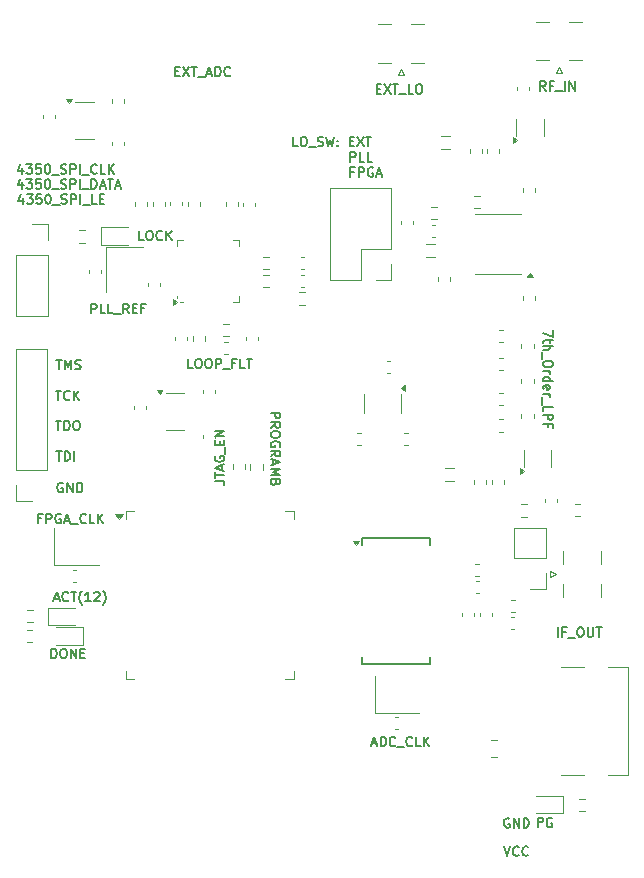
<source format=gbr>
%TF.GenerationSoftware,KiCad,Pcbnew,8.0.4-8.0.4-0~ubuntu22.04.1*%
%TF.CreationDate,2024-09-01T23:10:33+08:00*%
%TF.ProjectId,R820T_With_LCMXO2,52383230-545f-4576-9974-685f4c434d58,rev?*%
%TF.SameCoordinates,Original*%
%TF.FileFunction,Legend,Top*%
%TF.FilePolarity,Positive*%
%FSLAX46Y46*%
G04 Gerber Fmt 4.6, Leading zero omitted, Abs format (unit mm)*
G04 Created by KiCad (PCBNEW 8.0.4-8.0.4-0~ubuntu22.04.1) date 2024-09-01 23:10:33*
%MOMM*%
%LPD*%
G01*
G04 APERTURE LIST*
%ADD10C,0.200000*%
%ADD11C,0.120000*%
%ADD12C,0.150000*%
G04 APERTURE END LIST*
D10*
X147722054Y-144441695D02*
X147722054Y-143641695D01*
X147722054Y-143641695D02*
X148026816Y-143641695D01*
X148026816Y-143641695D02*
X148103006Y-143679790D01*
X148103006Y-143679790D02*
X148141101Y-143717885D01*
X148141101Y-143717885D02*
X148179197Y-143794076D01*
X148179197Y-143794076D02*
X148179197Y-143908361D01*
X148179197Y-143908361D02*
X148141101Y-143984552D01*
X148141101Y-143984552D02*
X148103006Y-144022647D01*
X148103006Y-144022647D02*
X148026816Y-144060742D01*
X148026816Y-144060742D02*
X147722054Y-144060742D01*
X148941101Y-143679790D02*
X148864911Y-143641695D01*
X148864911Y-143641695D02*
X148750625Y-143641695D01*
X148750625Y-143641695D02*
X148636339Y-143679790D01*
X148636339Y-143679790D02*
X148560149Y-143755980D01*
X148560149Y-143755980D02*
X148522054Y-143832171D01*
X148522054Y-143832171D02*
X148483958Y-143984552D01*
X148483958Y-143984552D02*
X148483958Y-144098838D01*
X148483958Y-144098838D02*
X148522054Y-144251219D01*
X148522054Y-144251219D02*
X148560149Y-144327409D01*
X148560149Y-144327409D02*
X148636339Y-144403600D01*
X148636339Y-144403600D02*
X148750625Y-144441695D01*
X148750625Y-144441695D02*
X148826816Y-144441695D01*
X148826816Y-144441695D02*
X148941101Y-144403600D01*
X148941101Y-144403600D02*
X148979197Y-144365504D01*
X148979197Y-144365504D02*
X148979197Y-144098838D01*
X148979197Y-144098838D02*
X148826816Y-144098838D01*
X117047054Y-80472647D02*
X117313720Y-80472647D01*
X117428006Y-80891695D02*
X117047054Y-80891695D01*
X117047054Y-80891695D02*
X117047054Y-80091695D01*
X117047054Y-80091695D02*
X117428006Y-80091695D01*
X117694673Y-80091695D02*
X118228007Y-80891695D01*
X118228007Y-80091695D02*
X117694673Y-80891695D01*
X118418483Y-80091695D02*
X118875626Y-80091695D01*
X118647054Y-80891695D02*
X118647054Y-80091695D01*
X118951817Y-80967885D02*
X119561340Y-80967885D01*
X119713721Y-80663123D02*
X120094674Y-80663123D01*
X119637531Y-80891695D02*
X119904198Y-80091695D01*
X119904198Y-80091695D02*
X120170864Y-80891695D01*
X120437531Y-80891695D02*
X120437531Y-80091695D01*
X120437531Y-80091695D02*
X120628007Y-80091695D01*
X120628007Y-80091695D02*
X120742293Y-80129790D01*
X120742293Y-80129790D02*
X120818483Y-80205980D01*
X120818483Y-80205980D02*
X120856578Y-80282171D01*
X120856578Y-80282171D02*
X120894674Y-80434552D01*
X120894674Y-80434552D02*
X120894674Y-80548838D01*
X120894674Y-80548838D02*
X120856578Y-80701219D01*
X120856578Y-80701219D02*
X120818483Y-80777409D01*
X120818483Y-80777409D02*
X120742293Y-80853600D01*
X120742293Y-80853600D02*
X120628007Y-80891695D01*
X120628007Y-80891695D02*
X120437531Y-80891695D01*
X121694674Y-80815504D02*
X121656578Y-80853600D01*
X121656578Y-80853600D02*
X121542293Y-80891695D01*
X121542293Y-80891695D02*
X121466102Y-80891695D01*
X121466102Y-80891695D02*
X121351816Y-80853600D01*
X121351816Y-80853600D02*
X121275626Y-80777409D01*
X121275626Y-80777409D02*
X121237531Y-80701219D01*
X121237531Y-80701219D02*
X121199435Y-80548838D01*
X121199435Y-80548838D02*
X121199435Y-80434552D01*
X121199435Y-80434552D02*
X121237531Y-80282171D01*
X121237531Y-80282171D02*
X121275626Y-80205980D01*
X121275626Y-80205980D02*
X121351816Y-80129790D01*
X121351816Y-80129790D02*
X121466102Y-80091695D01*
X121466102Y-80091695D02*
X121542293Y-80091695D01*
X121542293Y-80091695D02*
X121656578Y-80129790D01*
X121656578Y-80129790D02*
X121694674Y-80167885D01*
X118528006Y-105591695D02*
X118147054Y-105591695D01*
X118147054Y-105591695D02*
X118147054Y-104791695D01*
X118947054Y-104791695D02*
X119099435Y-104791695D01*
X119099435Y-104791695D02*
X119175625Y-104829790D01*
X119175625Y-104829790D02*
X119251816Y-104905980D01*
X119251816Y-104905980D02*
X119289911Y-105058361D01*
X119289911Y-105058361D02*
X119289911Y-105325028D01*
X119289911Y-105325028D02*
X119251816Y-105477409D01*
X119251816Y-105477409D02*
X119175625Y-105553600D01*
X119175625Y-105553600D02*
X119099435Y-105591695D01*
X119099435Y-105591695D02*
X118947054Y-105591695D01*
X118947054Y-105591695D02*
X118870863Y-105553600D01*
X118870863Y-105553600D02*
X118794673Y-105477409D01*
X118794673Y-105477409D02*
X118756577Y-105325028D01*
X118756577Y-105325028D02*
X118756577Y-105058361D01*
X118756577Y-105058361D02*
X118794673Y-104905980D01*
X118794673Y-104905980D02*
X118870863Y-104829790D01*
X118870863Y-104829790D02*
X118947054Y-104791695D01*
X119785149Y-104791695D02*
X119937530Y-104791695D01*
X119937530Y-104791695D02*
X120013720Y-104829790D01*
X120013720Y-104829790D02*
X120089911Y-104905980D01*
X120089911Y-104905980D02*
X120128006Y-105058361D01*
X120128006Y-105058361D02*
X120128006Y-105325028D01*
X120128006Y-105325028D02*
X120089911Y-105477409D01*
X120089911Y-105477409D02*
X120013720Y-105553600D01*
X120013720Y-105553600D02*
X119937530Y-105591695D01*
X119937530Y-105591695D02*
X119785149Y-105591695D01*
X119785149Y-105591695D02*
X119708958Y-105553600D01*
X119708958Y-105553600D02*
X119632768Y-105477409D01*
X119632768Y-105477409D02*
X119594672Y-105325028D01*
X119594672Y-105325028D02*
X119594672Y-105058361D01*
X119594672Y-105058361D02*
X119632768Y-104905980D01*
X119632768Y-104905980D02*
X119708958Y-104829790D01*
X119708958Y-104829790D02*
X119785149Y-104791695D01*
X120470863Y-105591695D02*
X120470863Y-104791695D01*
X120470863Y-104791695D02*
X120775625Y-104791695D01*
X120775625Y-104791695D02*
X120851815Y-104829790D01*
X120851815Y-104829790D02*
X120889910Y-104867885D01*
X120889910Y-104867885D02*
X120928006Y-104944076D01*
X120928006Y-104944076D02*
X120928006Y-105058361D01*
X120928006Y-105058361D02*
X120889910Y-105134552D01*
X120889910Y-105134552D02*
X120851815Y-105172647D01*
X120851815Y-105172647D02*
X120775625Y-105210742D01*
X120775625Y-105210742D02*
X120470863Y-105210742D01*
X121080387Y-105667885D02*
X121689910Y-105667885D01*
X122147053Y-105172647D02*
X121880387Y-105172647D01*
X121880387Y-105591695D02*
X121880387Y-104791695D01*
X121880387Y-104791695D02*
X122261339Y-104791695D01*
X122947053Y-105591695D02*
X122566101Y-105591695D01*
X122566101Y-105591695D02*
X122566101Y-104791695D01*
X123099434Y-104791695D02*
X123556577Y-104791695D01*
X123328005Y-105591695D02*
X123328005Y-104791695D01*
X104089911Y-88608361D02*
X104089911Y-89141695D01*
X103899435Y-88303600D02*
X103708958Y-88875028D01*
X103708958Y-88875028D02*
X104204197Y-88875028D01*
X104432768Y-88341695D02*
X104928006Y-88341695D01*
X104928006Y-88341695D02*
X104661340Y-88646457D01*
X104661340Y-88646457D02*
X104775625Y-88646457D01*
X104775625Y-88646457D02*
X104851816Y-88684552D01*
X104851816Y-88684552D02*
X104889911Y-88722647D01*
X104889911Y-88722647D02*
X104928006Y-88798838D01*
X104928006Y-88798838D02*
X104928006Y-88989314D01*
X104928006Y-88989314D02*
X104889911Y-89065504D01*
X104889911Y-89065504D02*
X104851816Y-89103600D01*
X104851816Y-89103600D02*
X104775625Y-89141695D01*
X104775625Y-89141695D02*
X104547054Y-89141695D01*
X104547054Y-89141695D02*
X104470863Y-89103600D01*
X104470863Y-89103600D02*
X104432768Y-89065504D01*
X105651816Y-88341695D02*
X105270864Y-88341695D01*
X105270864Y-88341695D02*
X105232768Y-88722647D01*
X105232768Y-88722647D02*
X105270864Y-88684552D01*
X105270864Y-88684552D02*
X105347054Y-88646457D01*
X105347054Y-88646457D02*
X105537530Y-88646457D01*
X105537530Y-88646457D02*
X105613721Y-88684552D01*
X105613721Y-88684552D02*
X105651816Y-88722647D01*
X105651816Y-88722647D02*
X105689911Y-88798838D01*
X105689911Y-88798838D02*
X105689911Y-88989314D01*
X105689911Y-88989314D02*
X105651816Y-89065504D01*
X105651816Y-89065504D02*
X105613721Y-89103600D01*
X105613721Y-89103600D02*
X105537530Y-89141695D01*
X105537530Y-89141695D02*
X105347054Y-89141695D01*
X105347054Y-89141695D02*
X105270864Y-89103600D01*
X105270864Y-89103600D02*
X105232768Y-89065504D01*
X106185150Y-88341695D02*
X106261340Y-88341695D01*
X106261340Y-88341695D02*
X106337531Y-88379790D01*
X106337531Y-88379790D02*
X106375626Y-88417885D01*
X106375626Y-88417885D02*
X106413721Y-88494076D01*
X106413721Y-88494076D02*
X106451816Y-88646457D01*
X106451816Y-88646457D02*
X106451816Y-88836933D01*
X106451816Y-88836933D02*
X106413721Y-88989314D01*
X106413721Y-88989314D02*
X106375626Y-89065504D01*
X106375626Y-89065504D02*
X106337531Y-89103600D01*
X106337531Y-89103600D02*
X106261340Y-89141695D01*
X106261340Y-89141695D02*
X106185150Y-89141695D01*
X106185150Y-89141695D02*
X106108959Y-89103600D01*
X106108959Y-89103600D02*
X106070864Y-89065504D01*
X106070864Y-89065504D02*
X106032769Y-88989314D01*
X106032769Y-88989314D02*
X105994673Y-88836933D01*
X105994673Y-88836933D02*
X105994673Y-88646457D01*
X105994673Y-88646457D02*
X106032769Y-88494076D01*
X106032769Y-88494076D02*
X106070864Y-88417885D01*
X106070864Y-88417885D02*
X106108959Y-88379790D01*
X106108959Y-88379790D02*
X106185150Y-88341695D01*
X106604198Y-89217885D02*
X107213721Y-89217885D01*
X107366102Y-89103600D02*
X107480388Y-89141695D01*
X107480388Y-89141695D02*
X107670864Y-89141695D01*
X107670864Y-89141695D02*
X107747055Y-89103600D01*
X107747055Y-89103600D02*
X107785150Y-89065504D01*
X107785150Y-89065504D02*
X107823245Y-88989314D01*
X107823245Y-88989314D02*
X107823245Y-88913123D01*
X107823245Y-88913123D02*
X107785150Y-88836933D01*
X107785150Y-88836933D02*
X107747055Y-88798838D01*
X107747055Y-88798838D02*
X107670864Y-88760742D01*
X107670864Y-88760742D02*
X107518483Y-88722647D01*
X107518483Y-88722647D02*
X107442293Y-88684552D01*
X107442293Y-88684552D02*
X107404198Y-88646457D01*
X107404198Y-88646457D02*
X107366102Y-88570266D01*
X107366102Y-88570266D02*
X107366102Y-88494076D01*
X107366102Y-88494076D02*
X107404198Y-88417885D01*
X107404198Y-88417885D02*
X107442293Y-88379790D01*
X107442293Y-88379790D02*
X107518483Y-88341695D01*
X107518483Y-88341695D02*
X107708960Y-88341695D01*
X107708960Y-88341695D02*
X107823245Y-88379790D01*
X108166103Y-89141695D02*
X108166103Y-88341695D01*
X108166103Y-88341695D02*
X108470865Y-88341695D01*
X108470865Y-88341695D02*
X108547055Y-88379790D01*
X108547055Y-88379790D02*
X108585150Y-88417885D01*
X108585150Y-88417885D02*
X108623246Y-88494076D01*
X108623246Y-88494076D02*
X108623246Y-88608361D01*
X108623246Y-88608361D02*
X108585150Y-88684552D01*
X108585150Y-88684552D02*
X108547055Y-88722647D01*
X108547055Y-88722647D02*
X108470865Y-88760742D01*
X108470865Y-88760742D02*
X108166103Y-88760742D01*
X108966103Y-89141695D02*
X108966103Y-88341695D01*
X109156579Y-89217885D02*
X109766102Y-89217885D01*
X110413722Y-89065504D02*
X110375626Y-89103600D01*
X110375626Y-89103600D02*
X110261341Y-89141695D01*
X110261341Y-89141695D02*
X110185150Y-89141695D01*
X110185150Y-89141695D02*
X110070864Y-89103600D01*
X110070864Y-89103600D02*
X109994674Y-89027409D01*
X109994674Y-89027409D02*
X109956579Y-88951219D01*
X109956579Y-88951219D02*
X109918483Y-88798838D01*
X109918483Y-88798838D02*
X109918483Y-88684552D01*
X109918483Y-88684552D02*
X109956579Y-88532171D01*
X109956579Y-88532171D02*
X109994674Y-88455980D01*
X109994674Y-88455980D02*
X110070864Y-88379790D01*
X110070864Y-88379790D02*
X110185150Y-88341695D01*
X110185150Y-88341695D02*
X110261341Y-88341695D01*
X110261341Y-88341695D02*
X110375626Y-88379790D01*
X110375626Y-88379790D02*
X110413722Y-88417885D01*
X111137531Y-89141695D02*
X110756579Y-89141695D01*
X110756579Y-89141695D02*
X110756579Y-88341695D01*
X111404198Y-89141695D02*
X111404198Y-88341695D01*
X111861341Y-89141695D02*
X111518483Y-88684552D01*
X111861341Y-88341695D02*
X111404198Y-88798838D01*
X148404197Y-82091695D02*
X148137530Y-81710742D01*
X147947054Y-82091695D02*
X147947054Y-81291695D01*
X147947054Y-81291695D02*
X148251816Y-81291695D01*
X148251816Y-81291695D02*
X148328006Y-81329790D01*
X148328006Y-81329790D02*
X148366101Y-81367885D01*
X148366101Y-81367885D02*
X148404197Y-81444076D01*
X148404197Y-81444076D02*
X148404197Y-81558361D01*
X148404197Y-81558361D02*
X148366101Y-81634552D01*
X148366101Y-81634552D02*
X148328006Y-81672647D01*
X148328006Y-81672647D02*
X148251816Y-81710742D01*
X148251816Y-81710742D02*
X147947054Y-81710742D01*
X149013720Y-81672647D02*
X148747054Y-81672647D01*
X148747054Y-82091695D02*
X148747054Y-81291695D01*
X148747054Y-81291695D02*
X149128006Y-81291695D01*
X149242292Y-82167885D02*
X149851815Y-82167885D01*
X150042292Y-82091695D02*
X150042292Y-81291695D01*
X150423244Y-82091695D02*
X150423244Y-81291695D01*
X150423244Y-81291695D02*
X150880387Y-82091695D01*
X150880387Y-82091695D02*
X150880387Y-81291695D01*
X109947054Y-100941695D02*
X109947054Y-100141695D01*
X109947054Y-100141695D02*
X110251816Y-100141695D01*
X110251816Y-100141695D02*
X110328006Y-100179790D01*
X110328006Y-100179790D02*
X110366101Y-100217885D01*
X110366101Y-100217885D02*
X110404197Y-100294076D01*
X110404197Y-100294076D02*
X110404197Y-100408361D01*
X110404197Y-100408361D02*
X110366101Y-100484552D01*
X110366101Y-100484552D02*
X110328006Y-100522647D01*
X110328006Y-100522647D02*
X110251816Y-100560742D01*
X110251816Y-100560742D02*
X109947054Y-100560742D01*
X111128006Y-100941695D02*
X110747054Y-100941695D01*
X110747054Y-100941695D02*
X110747054Y-100141695D01*
X111775625Y-100941695D02*
X111394673Y-100941695D01*
X111394673Y-100941695D02*
X111394673Y-100141695D01*
X111851816Y-101017885D02*
X112461339Y-101017885D01*
X113108959Y-100941695D02*
X112842292Y-100560742D01*
X112651816Y-100941695D02*
X112651816Y-100141695D01*
X112651816Y-100141695D02*
X112956578Y-100141695D01*
X112956578Y-100141695D02*
X113032768Y-100179790D01*
X113032768Y-100179790D02*
X113070863Y-100217885D01*
X113070863Y-100217885D02*
X113108959Y-100294076D01*
X113108959Y-100294076D02*
X113108959Y-100408361D01*
X113108959Y-100408361D02*
X113070863Y-100484552D01*
X113070863Y-100484552D02*
X113032768Y-100522647D01*
X113032768Y-100522647D02*
X112956578Y-100560742D01*
X112956578Y-100560742D02*
X112651816Y-100560742D01*
X113451816Y-100522647D02*
X113718482Y-100522647D01*
X113832768Y-100941695D02*
X113451816Y-100941695D01*
X113451816Y-100941695D02*
X113451816Y-100141695D01*
X113451816Y-100141695D02*
X113832768Y-100141695D01*
X114442292Y-100522647D02*
X114175626Y-100522647D01*
X114175626Y-100941695D02*
X114175626Y-100141695D01*
X114175626Y-100141695D02*
X114556578Y-100141695D01*
X127428006Y-86815785D02*
X127047054Y-86815785D01*
X127047054Y-86815785D02*
X127047054Y-86015785D01*
X127847054Y-86015785D02*
X127999435Y-86015785D01*
X127999435Y-86015785D02*
X128075625Y-86053880D01*
X128075625Y-86053880D02*
X128151816Y-86130070D01*
X128151816Y-86130070D02*
X128189911Y-86282451D01*
X128189911Y-86282451D02*
X128189911Y-86549118D01*
X128189911Y-86549118D02*
X128151816Y-86701499D01*
X128151816Y-86701499D02*
X128075625Y-86777690D01*
X128075625Y-86777690D02*
X127999435Y-86815785D01*
X127999435Y-86815785D02*
X127847054Y-86815785D01*
X127847054Y-86815785D02*
X127770863Y-86777690D01*
X127770863Y-86777690D02*
X127694673Y-86701499D01*
X127694673Y-86701499D02*
X127656577Y-86549118D01*
X127656577Y-86549118D02*
X127656577Y-86282451D01*
X127656577Y-86282451D02*
X127694673Y-86130070D01*
X127694673Y-86130070D02*
X127770863Y-86053880D01*
X127770863Y-86053880D02*
X127847054Y-86015785D01*
X128342292Y-86891975D02*
X128951815Y-86891975D01*
X129104196Y-86777690D02*
X129218482Y-86815785D01*
X129218482Y-86815785D02*
X129408958Y-86815785D01*
X129408958Y-86815785D02*
X129485149Y-86777690D01*
X129485149Y-86777690D02*
X129523244Y-86739594D01*
X129523244Y-86739594D02*
X129561339Y-86663404D01*
X129561339Y-86663404D02*
X129561339Y-86587213D01*
X129561339Y-86587213D02*
X129523244Y-86511023D01*
X129523244Y-86511023D02*
X129485149Y-86472928D01*
X129485149Y-86472928D02*
X129408958Y-86434832D01*
X129408958Y-86434832D02*
X129256577Y-86396737D01*
X129256577Y-86396737D02*
X129180387Y-86358642D01*
X129180387Y-86358642D02*
X129142292Y-86320547D01*
X129142292Y-86320547D02*
X129104196Y-86244356D01*
X129104196Y-86244356D02*
X129104196Y-86168166D01*
X129104196Y-86168166D02*
X129142292Y-86091975D01*
X129142292Y-86091975D02*
X129180387Y-86053880D01*
X129180387Y-86053880D02*
X129256577Y-86015785D01*
X129256577Y-86015785D02*
X129447054Y-86015785D01*
X129447054Y-86015785D02*
X129561339Y-86053880D01*
X129828006Y-86015785D02*
X130018482Y-86815785D01*
X130018482Y-86815785D02*
X130170863Y-86244356D01*
X130170863Y-86244356D02*
X130323244Y-86815785D01*
X130323244Y-86815785D02*
X130513721Y-86015785D01*
X130818483Y-86739594D02*
X130856578Y-86777690D01*
X130856578Y-86777690D02*
X130818483Y-86815785D01*
X130818483Y-86815785D02*
X130780387Y-86777690D01*
X130780387Y-86777690D02*
X130818483Y-86739594D01*
X130818483Y-86739594D02*
X130818483Y-86815785D01*
X130818483Y-86320547D02*
X130856578Y-86358642D01*
X130856578Y-86358642D02*
X130818483Y-86396737D01*
X130818483Y-86396737D02*
X130780387Y-86358642D01*
X130780387Y-86358642D02*
X130818483Y-86320547D01*
X130818483Y-86320547D02*
X130818483Y-86396737D01*
X131808959Y-86396737D02*
X132075625Y-86396737D01*
X132189911Y-86815785D02*
X131808959Y-86815785D01*
X131808959Y-86815785D02*
X131808959Y-86015785D01*
X131808959Y-86015785D02*
X132189911Y-86015785D01*
X132456578Y-86015785D02*
X132989912Y-86815785D01*
X132989912Y-86015785D02*
X132456578Y-86815785D01*
X133180388Y-86015785D02*
X133637531Y-86015785D01*
X133408959Y-86815785D02*
X133408959Y-86015785D01*
X131885149Y-88103740D02*
X131885149Y-87303740D01*
X131885149Y-87303740D02*
X132189911Y-87303740D01*
X132189911Y-87303740D02*
X132266101Y-87341835D01*
X132266101Y-87341835D02*
X132304196Y-87379930D01*
X132304196Y-87379930D02*
X132342292Y-87456121D01*
X132342292Y-87456121D02*
X132342292Y-87570406D01*
X132342292Y-87570406D02*
X132304196Y-87646597D01*
X132304196Y-87646597D02*
X132266101Y-87684692D01*
X132266101Y-87684692D02*
X132189911Y-87722787D01*
X132189911Y-87722787D02*
X131885149Y-87722787D01*
X133066101Y-88103740D02*
X132685149Y-88103740D01*
X132685149Y-88103740D02*
X132685149Y-87303740D01*
X133713720Y-88103740D02*
X133332768Y-88103740D01*
X133332768Y-88103740D02*
X133332768Y-87303740D01*
X132151815Y-88972647D02*
X131885149Y-88972647D01*
X131885149Y-89391695D02*
X131885149Y-88591695D01*
X131885149Y-88591695D02*
X132266101Y-88591695D01*
X132570863Y-89391695D02*
X132570863Y-88591695D01*
X132570863Y-88591695D02*
X132875625Y-88591695D01*
X132875625Y-88591695D02*
X132951815Y-88629790D01*
X132951815Y-88629790D02*
X132989910Y-88667885D01*
X132989910Y-88667885D02*
X133028006Y-88744076D01*
X133028006Y-88744076D02*
X133028006Y-88858361D01*
X133028006Y-88858361D02*
X132989910Y-88934552D01*
X132989910Y-88934552D02*
X132951815Y-88972647D01*
X132951815Y-88972647D02*
X132875625Y-89010742D01*
X132875625Y-89010742D02*
X132570863Y-89010742D01*
X133789910Y-88629790D02*
X133713720Y-88591695D01*
X133713720Y-88591695D02*
X133599434Y-88591695D01*
X133599434Y-88591695D02*
X133485148Y-88629790D01*
X133485148Y-88629790D02*
X133408958Y-88705980D01*
X133408958Y-88705980D02*
X133370863Y-88782171D01*
X133370863Y-88782171D02*
X133332767Y-88934552D01*
X133332767Y-88934552D02*
X133332767Y-89048838D01*
X133332767Y-89048838D02*
X133370863Y-89201219D01*
X133370863Y-89201219D02*
X133408958Y-89277409D01*
X133408958Y-89277409D02*
X133485148Y-89353600D01*
X133485148Y-89353600D02*
X133599434Y-89391695D01*
X133599434Y-89391695D02*
X133675625Y-89391695D01*
X133675625Y-89391695D02*
X133789910Y-89353600D01*
X133789910Y-89353600D02*
X133828006Y-89315504D01*
X133828006Y-89315504D02*
X133828006Y-89048838D01*
X133828006Y-89048838D02*
X133675625Y-89048838D01*
X134132767Y-89163123D02*
X134513720Y-89163123D01*
X134056577Y-89391695D02*
X134323244Y-88591695D01*
X134323244Y-88591695D02*
X134589910Y-89391695D01*
X114378006Y-94741695D02*
X113997054Y-94741695D01*
X113997054Y-94741695D02*
X113997054Y-93941695D01*
X114797054Y-93941695D02*
X114949435Y-93941695D01*
X114949435Y-93941695D02*
X115025625Y-93979790D01*
X115025625Y-93979790D02*
X115101816Y-94055980D01*
X115101816Y-94055980D02*
X115139911Y-94208361D01*
X115139911Y-94208361D02*
X115139911Y-94475028D01*
X115139911Y-94475028D02*
X115101816Y-94627409D01*
X115101816Y-94627409D02*
X115025625Y-94703600D01*
X115025625Y-94703600D02*
X114949435Y-94741695D01*
X114949435Y-94741695D02*
X114797054Y-94741695D01*
X114797054Y-94741695D02*
X114720863Y-94703600D01*
X114720863Y-94703600D02*
X114644673Y-94627409D01*
X114644673Y-94627409D02*
X114606577Y-94475028D01*
X114606577Y-94475028D02*
X114606577Y-94208361D01*
X114606577Y-94208361D02*
X114644673Y-94055980D01*
X114644673Y-94055980D02*
X114720863Y-93979790D01*
X114720863Y-93979790D02*
X114797054Y-93941695D01*
X115939911Y-94665504D02*
X115901815Y-94703600D01*
X115901815Y-94703600D02*
X115787530Y-94741695D01*
X115787530Y-94741695D02*
X115711339Y-94741695D01*
X115711339Y-94741695D02*
X115597053Y-94703600D01*
X115597053Y-94703600D02*
X115520863Y-94627409D01*
X115520863Y-94627409D02*
X115482768Y-94551219D01*
X115482768Y-94551219D02*
X115444672Y-94398838D01*
X115444672Y-94398838D02*
X115444672Y-94284552D01*
X115444672Y-94284552D02*
X115482768Y-94132171D01*
X115482768Y-94132171D02*
X115520863Y-94055980D01*
X115520863Y-94055980D02*
X115597053Y-93979790D01*
X115597053Y-93979790D02*
X115711339Y-93941695D01*
X115711339Y-93941695D02*
X115787530Y-93941695D01*
X115787530Y-93941695D02*
X115901815Y-93979790D01*
X115901815Y-93979790D02*
X115939911Y-94017885D01*
X116282768Y-94741695D02*
X116282768Y-93941695D01*
X116739911Y-94741695D02*
X116397053Y-94284552D01*
X116739911Y-93941695D02*
X116282768Y-94398838D01*
X106982768Y-104891695D02*
X107439911Y-104891695D01*
X107211339Y-105691695D02*
X107211339Y-104891695D01*
X107706578Y-105691695D02*
X107706578Y-104891695D01*
X107706578Y-104891695D02*
X107973244Y-105463123D01*
X107973244Y-105463123D02*
X108239911Y-104891695D01*
X108239911Y-104891695D02*
X108239911Y-105691695D01*
X108582768Y-105653600D02*
X108697054Y-105691695D01*
X108697054Y-105691695D02*
X108887530Y-105691695D01*
X108887530Y-105691695D02*
X108963721Y-105653600D01*
X108963721Y-105653600D02*
X109001816Y-105615504D01*
X109001816Y-105615504D02*
X109039911Y-105539314D01*
X109039911Y-105539314D02*
X109039911Y-105463123D01*
X109039911Y-105463123D02*
X109001816Y-105386933D01*
X109001816Y-105386933D02*
X108963721Y-105348838D01*
X108963721Y-105348838D02*
X108887530Y-105310742D01*
X108887530Y-105310742D02*
X108735149Y-105272647D01*
X108735149Y-105272647D02*
X108658959Y-105234552D01*
X108658959Y-105234552D02*
X108620864Y-105196457D01*
X108620864Y-105196457D02*
X108582768Y-105120266D01*
X108582768Y-105120266D02*
X108582768Y-105044076D01*
X108582768Y-105044076D02*
X108620864Y-104967885D01*
X108620864Y-104967885D02*
X108658959Y-104929790D01*
X108658959Y-104929790D02*
X108735149Y-104891695D01*
X108735149Y-104891695D02*
X108925626Y-104891695D01*
X108925626Y-104891695D02*
X109039911Y-104929790D01*
X104089911Y-89858361D02*
X104089911Y-90391695D01*
X103899435Y-89553600D02*
X103708958Y-90125028D01*
X103708958Y-90125028D02*
X104204197Y-90125028D01*
X104432768Y-89591695D02*
X104928006Y-89591695D01*
X104928006Y-89591695D02*
X104661340Y-89896457D01*
X104661340Y-89896457D02*
X104775625Y-89896457D01*
X104775625Y-89896457D02*
X104851816Y-89934552D01*
X104851816Y-89934552D02*
X104889911Y-89972647D01*
X104889911Y-89972647D02*
X104928006Y-90048838D01*
X104928006Y-90048838D02*
X104928006Y-90239314D01*
X104928006Y-90239314D02*
X104889911Y-90315504D01*
X104889911Y-90315504D02*
X104851816Y-90353600D01*
X104851816Y-90353600D02*
X104775625Y-90391695D01*
X104775625Y-90391695D02*
X104547054Y-90391695D01*
X104547054Y-90391695D02*
X104470863Y-90353600D01*
X104470863Y-90353600D02*
X104432768Y-90315504D01*
X105651816Y-89591695D02*
X105270864Y-89591695D01*
X105270864Y-89591695D02*
X105232768Y-89972647D01*
X105232768Y-89972647D02*
X105270864Y-89934552D01*
X105270864Y-89934552D02*
X105347054Y-89896457D01*
X105347054Y-89896457D02*
X105537530Y-89896457D01*
X105537530Y-89896457D02*
X105613721Y-89934552D01*
X105613721Y-89934552D02*
X105651816Y-89972647D01*
X105651816Y-89972647D02*
X105689911Y-90048838D01*
X105689911Y-90048838D02*
X105689911Y-90239314D01*
X105689911Y-90239314D02*
X105651816Y-90315504D01*
X105651816Y-90315504D02*
X105613721Y-90353600D01*
X105613721Y-90353600D02*
X105537530Y-90391695D01*
X105537530Y-90391695D02*
X105347054Y-90391695D01*
X105347054Y-90391695D02*
X105270864Y-90353600D01*
X105270864Y-90353600D02*
X105232768Y-90315504D01*
X106185150Y-89591695D02*
X106261340Y-89591695D01*
X106261340Y-89591695D02*
X106337531Y-89629790D01*
X106337531Y-89629790D02*
X106375626Y-89667885D01*
X106375626Y-89667885D02*
X106413721Y-89744076D01*
X106413721Y-89744076D02*
X106451816Y-89896457D01*
X106451816Y-89896457D02*
X106451816Y-90086933D01*
X106451816Y-90086933D02*
X106413721Y-90239314D01*
X106413721Y-90239314D02*
X106375626Y-90315504D01*
X106375626Y-90315504D02*
X106337531Y-90353600D01*
X106337531Y-90353600D02*
X106261340Y-90391695D01*
X106261340Y-90391695D02*
X106185150Y-90391695D01*
X106185150Y-90391695D02*
X106108959Y-90353600D01*
X106108959Y-90353600D02*
X106070864Y-90315504D01*
X106070864Y-90315504D02*
X106032769Y-90239314D01*
X106032769Y-90239314D02*
X105994673Y-90086933D01*
X105994673Y-90086933D02*
X105994673Y-89896457D01*
X105994673Y-89896457D02*
X106032769Y-89744076D01*
X106032769Y-89744076D02*
X106070864Y-89667885D01*
X106070864Y-89667885D02*
X106108959Y-89629790D01*
X106108959Y-89629790D02*
X106185150Y-89591695D01*
X106604198Y-90467885D02*
X107213721Y-90467885D01*
X107366102Y-90353600D02*
X107480388Y-90391695D01*
X107480388Y-90391695D02*
X107670864Y-90391695D01*
X107670864Y-90391695D02*
X107747055Y-90353600D01*
X107747055Y-90353600D02*
X107785150Y-90315504D01*
X107785150Y-90315504D02*
X107823245Y-90239314D01*
X107823245Y-90239314D02*
X107823245Y-90163123D01*
X107823245Y-90163123D02*
X107785150Y-90086933D01*
X107785150Y-90086933D02*
X107747055Y-90048838D01*
X107747055Y-90048838D02*
X107670864Y-90010742D01*
X107670864Y-90010742D02*
X107518483Y-89972647D01*
X107518483Y-89972647D02*
X107442293Y-89934552D01*
X107442293Y-89934552D02*
X107404198Y-89896457D01*
X107404198Y-89896457D02*
X107366102Y-89820266D01*
X107366102Y-89820266D02*
X107366102Y-89744076D01*
X107366102Y-89744076D02*
X107404198Y-89667885D01*
X107404198Y-89667885D02*
X107442293Y-89629790D01*
X107442293Y-89629790D02*
X107518483Y-89591695D01*
X107518483Y-89591695D02*
X107708960Y-89591695D01*
X107708960Y-89591695D02*
X107823245Y-89629790D01*
X108166103Y-90391695D02*
X108166103Y-89591695D01*
X108166103Y-89591695D02*
X108470865Y-89591695D01*
X108470865Y-89591695D02*
X108547055Y-89629790D01*
X108547055Y-89629790D02*
X108585150Y-89667885D01*
X108585150Y-89667885D02*
X108623246Y-89744076D01*
X108623246Y-89744076D02*
X108623246Y-89858361D01*
X108623246Y-89858361D02*
X108585150Y-89934552D01*
X108585150Y-89934552D02*
X108547055Y-89972647D01*
X108547055Y-89972647D02*
X108470865Y-90010742D01*
X108470865Y-90010742D02*
X108166103Y-90010742D01*
X108966103Y-90391695D02*
X108966103Y-89591695D01*
X109156579Y-90467885D02*
X109766102Y-90467885D01*
X109956579Y-90391695D02*
X109956579Y-89591695D01*
X109956579Y-89591695D02*
X110147055Y-89591695D01*
X110147055Y-89591695D02*
X110261341Y-89629790D01*
X110261341Y-89629790D02*
X110337531Y-89705980D01*
X110337531Y-89705980D02*
X110375626Y-89782171D01*
X110375626Y-89782171D02*
X110413722Y-89934552D01*
X110413722Y-89934552D02*
X110413722Y-90048838D01*
X110413722Y-90048838D02*
X110375626Y-90201219D01*
X110375626Y-90201219D02*
X110337531Y-90277409D01*
X110337531Y-90277409D02*
X110261341Y-90353600D01*
X110261341Y-90353600D02*
X110147055Y-90391695D01*
X110147055Y-90391695D02*
X109956579Y-90391695D01*
X110718483Y-90163123D02*
X111099436Y-90163123D01*
X110642293Y-90391695D02*
X110908960Y-89591695D01*
X110908960Y-89591695D02*
X111175626Y-90391695D01*
X111328007Y-89591695D02*
X111785150Y-89591695D01*
X111556578Y-90391695D02*
X111556578Y-89591695D01*
X112013721Y-90163123D02*
X112394674Y-90163123D01*
X111937531Y-90391695D02*
X112204198Y-89591695D01*
X112204198Y-89591695D02*
X112470864Y-90391695D01*
X134097054Y-81922647D02*
X134363720Y-81922647D01*
X134478006Y-82341695D02*
X134097054Y-82341695D01*
X134097054Y-82341695D02*
X134097054Y-81541695D01*
X134097054Y-81541695D02*
X134478006Y-81541695D01*
X134744673Y-81541695D02*
X135278007Y-82341695D01*
X135278007Y-81541695D02*
X134744673Y-82341695D01*
X135468483Y-81541695D02*
X135925626Y-81541695D01*
X135697054Y-82341695D02*
X135697054Y-81541695D01*
X136001817Y-82417885D02*
X136611340Y-82417885D01*
X137182769Y-82341695D02*
X136801817Y-82341695D01*
X136801817Y-82341695D02*
X136801817Y-81541695D01*
X137601817Y-81541695D02*
X137754198Y-81541695D01*
X137754198Y-81541695D02*
X137830388Y-81579790D01*
X137830388Y-81579790D02*
X137906579Y-81655980D01*
X137906579Y-81655980D02*
X137944674Y-81808361D01*
X137944674Y-81808361D02*
X137944674Y-82075028D01*
X137944674Y-82075028D02*
X137906579Y-82227409D01*
X137906579Y-82227409D02*
X137830388Y-82303600D01*
X137830388Y-82303600D02*
X137754198Y-82341695D01*
X137754198Y-82341695D02*
X137601817Y-82341695D01*
X137601817Y-82341695D02*
X137525626Y-82303600D01*
X137525626Y-82303600D02*
X137449436Y-82227409D01*
X137449436Y-82227409D02*
X137411340Y-82075028D01*
X137411340Y-82075028D02*
X137411340Y-81808361D01*
X137411340Y-81808361D02*
X137449436Y-81655980D01*
X137449436Y-81655980D02*
X137525626Y-81579790D01*
X137525626Y-81579790D02*
X137601817Y-81541695D01*
X104139911Y-91158361D02*
X104139911Y-91691695D01*
X103949435Y-90853600D02*
X103758958Y-91425028D01*
X103758958Y-91425028D02*
X104254197Y-91425028D01*
X104482768Y-90891695D02*
X104978006Y-90891695D01*
X104978006Y-90891695D02*
X104711340Y-91196457D01*
X104711340Y-91196457D02*
X104825625Y-91196457D01*
X104825625Y-91196457D02*
X104901816Y-91234552D01*
X104901816Y-91234552D02*
X104939911Y-91272647D01*
X104939911Y-91272647D02*
X104978006Y-91348838D01*
X104978006Y-91348838D02*
X104978006Y-91539314D01*
X104978006Y-91539314D02*
X104939911Y-91615504D01*
X104939911Y-91615504D02*
X104901816Y-91653600D01*
X104901816Y-91653600D02*
X104825625Y-91691695D01*
X104825625Y-91691695D02*
X104597054Y-91691695D01*
X104597054Y-91691695D02*
X104520863Y-91653600D01*
X104520863Y-91653600D02*
X104482768Y-91615504D01*
X105701816Y-90891695D02*
X105320864Y-90891695D01*
X105320864Y-90891695D02*
X105282768Y-91272647D01*
X105282768Y-91272647D02*
X105320864Y-91234552D01*
X105320864Y-91234552D02*
X105397054Y-91196457D01*
X105397054Y-91196457D02*
X105587530Y-91196457D01*
X105587530Y-91196457D02*
X105663721Y-91234552D01*
X105663721Y-91234552D02*
X105701816Y-91272647D01*
X105701816Y-91272647D02*
X105739911Y-91348838D01*
X105739911Y-91348838D02*
X105739911Y-91539314D01*
X105739911Y-91539314D02*
X105701816Y-91615504D01*
X105701816Y-91615504D02*
X105663721Y-91653600D01*
X105663721Y-91653600D02*
X105587530Y-91691695D01*
X105587530Y-91691695D02*
X105397054Y-91691695D01*
X105397054Y-91691695D02*
X105320864Y-91653600D01*
X105320864Y-91653600D02*
X105282768Y-91615504D01*
X106235150Y-90891695D02*
X106311340Y-90891695D01*
X106311340Y-90891695D02*
X106387531Y-90929790D01*
X106387531Y-90929790D02*
X106425626Y-90967885D01*
X106425626Y-90967885D02*
X106463721Y-91044076D01*
X106463721Y-91044076D02*
X106501816Y-91196457D01*
X106501816Y-91196457D02*
X106501816Y-91386933D01*
X106501816Y-91386933D02*
X106463721Y-91539314D01*
X106463721Y-91539314D02*
X106425626Y-91615504D01*
X106425626Y-91615504D02*
X106387531Y-91653600D01*
X106387531Y-91653600D02*
X106311340Y-91691695D01*
X106311340Y-91691695D02*
X106235150Y-91691695D01*
X106235150Y-91691695D02*
X106158959Y-91653600D01*
X106158959Y-91653600D02*
X106120864Y-91615504D01*
X106120864Y-91615504D02*
X106082769Y-91539314D01*
X106082769Y-91539314D02*
X106044673Y-91386933D01*
X106044673Y-91386933D02*
X106044673Y-91196457D01*
X106044673Y-91196457D02*
X106082769Y-91044076D01*
X106082769Y-91044076D02*
X106120864Y-90967885D01*
X106120864Y-90967885D02*
X106158959Y-90929790D01*
X106158959Y-90929790D02*
X106235150Y-90891695D01*
X106654198Y-91767885D02*
X107263721Y-91767885D01*
X107416102Y-91653600D02*
X107530388Y-91691695D01*
X107530388Y-91691695D02*
X107720864Y-91691695D01*
X107720864Y-91691695D02*
X107797055Y-91653600D01*
X107797055Y-91653600D02*
X107835150Y-91615504D01*
X107835150Y-91615504D02*
X107873245Y-91539314D01*
X107873245Y-91539314D02*
X107873245Y-91463123D01*
X107873245Y-91463123D02*
X107835150Y-91386933D01*
X107835150Y-91386933D02*
X107797055Y-91348838D01*
X107797055Y-91348838D02*
X107720864Y-91310742D01*
X107720864Y-91310742D02*
X107568483Y-91272647D01*
X107568483Y-91272647D02*
X107492293Y-91234552D01*
X107492293Y-91234552D02*
X107454198Y-91196457D01*
X107454198Y-91196457D02*
X107416102Y-91120266D01*
X107416102Y-91120266D02*
X107416102Y-91044076D01*
X107416102Y-91044076D02*
X107454198Y-90967885D01*
X107454198Y-90967885D02*
X107492293Y-90929790D01*
X107492293Y-90929790D02*
X107568483Y-90891695D01*
X107568483Y-90891695D02*
X107758960Y-90891695D01*
X107758960Y-90891695D02*
X107873245Y-90929790D01*
X108216103Y-91691695D02*
X108216103Y-90891695D01*
X108216103Y-90891695D02*
X108520865Y-90891695D01*
X108520865Y-90891695D02*
X108597055Y-90929790D01*
X108597055Y-90929790D02*
X108635150Y-90967885D01*
X108635150Y-90967885D02*
X108673246Y-91044076D01*
X108673246Y-91044076D02*
X108673246Y-91158361D01*
X108673246Y-91158361D02*
X108635150Y-91234552D01*
X108635150Y-91234552D02*
X108597055Y-91272647D01*
X108597055Y-91272647D02*
X108520865Y-91310742D01*
X108520865Y-91310742D02*
X108216103Y-91310742D01*
X109016103Y-91691695D02*
X109016103Y-90891695D01*
X109206579Y-91767885D02*
X109816102Y-91767885D01*
X110387531Y-91691695D02*
X110006579Y-91691695D01*
X110006579Y-91691695D02*
X110006579Y-90891695D01*
X110654198Y-91272647D02*
X110920864Y-91272647D01*
X111035150Y-91691695D02*
X110654198Y-91691695D01*
X110654198Y-91691695D02*
X110654198Y-90891695D01*
X110654198Y-90891695D02*
X111035150Y-90891695D01*
X133708958Y-137363123D02*
X134089911Y-137363123D01*
X133632768Y-137591695D02*
X133899435Y-136791695D01*
X133899435Y-136791695D02*
X134166101Y-137591695D01*
X134432768Y-137591695D02*
X134432768Y-136791695D01*
X134432768Y-136791695D02*
X134623244Y-136791695D01*
X134623244Y-136791695D02*
X134737530Y-136829790D01*
X134737530Y-136829790D02*
X134813720Y-136905980D01*
X134813720Y-136905980D02*
X134851815Y-136982171D01*
X134851815Y-136982171D02*
X134889911Y-137134552D01*
X134889911Y-137134552D02*
X134889911Y-137248838D01*
X134889911Y-137248838D02*
X134851815Y-137401219D01*
X134851815Y-137401219D02*
X134813720Y-137477409D01*
X134813720Y-137477409D02*
X134737530Y-137553600D01*
X134737530Y-137553600D02*
X134623244Y-137591695D01*
X134623244Y-137591695D02*
X134432768Y-137591695D01*
X135689911Y-137515504D02*
X135651815Y-137553600D01*
X135651815Y-137553600D02*
X135537530Y-137591695D01*
X135537530Y-137591695D02*
X135461339Y-137591695D01*
X135461339Y-137591695D02*
X135347053Y-137553600D01*
X135347053Y-137553600D02*
X135270863Y-137477409D01*
X135270863Y-137477409D02*
X135232768Y-137401219D01*
X135232768Y-137401219D02*
X135194672Y-137248838D01*
X135194672Y-137248838D02*
X135194672Y-137134552D01*
X135194672Y-137134552D02*
X135232768Y-136982171D01*
X135232768Y-136982171D02*
X135270863Y-136905980D01*
X135270863Y-136905980D02*
X135347053Y-136829790D01*
X135347053Y-136829790D02*
X135461339Y-136791695D01*
X135461339Y-136791695D02*
X135537530Y-136791695D01*
X135537530Y-136791695D02*
X135651815Y-136829790D01*
X135651815Y-136829790D02*
X135689911Y-136867885D01*
X135842292Y-137667885D02*
X136451815Y-137667885D01*
X137099435Y-137515504D02*
X137061339Y-137553600D01*
X137061339Y-137553600D02*
X136947054Y-137591695D01*
X136947054Y-137591695D02*
X136870863Y-137591695D01*
X136870863Y-137591695D02*
X136756577Y-137553600D01*
X136756577Y-137553600D02*
X136680387Y-137477409D01*
X136680387Y-137477409D02*
X136642292Y-137401219D01*
X136642292Y-137401219D02*
X136604196Y-137248838D01*
X136604196Y-137248838D02*
X136604196Y-137134552D01*
X136604196Y-137134552D02*
X136642292Y-136982171D01*
X136642292Y-136982171D02*
X136680387Y-136905980D01*
X136680387Y-136905980D02*
X136756577Y-136829790D01*
X136756577Y-136829790D02*
X136870863Y-136791695D01*
X136870863Y-136791695D02*
X136947054Y-136791695D01*
X136947054Y-136791695D02*
X137061339Y-136829790D01*
X137061339Y-136829790D02*
X137099435Y-136867885D01*
X137823244Y-137591695D02*
X137442292Y-137591695D01*
X137442292Y-137591695D02*
X137442292Y-136791695D01*
X138089911Y-137591695D02*
X138089911Y-136791695D01*
X138547054Y-137591695D02*
X138204196Y-137134552D01*
X138547054Y-136791695D02*
X138089911Y-137248838D01*
X144882768Y-146091695D02*
X145149435Y-146891695D01*
X145149435Y-146891695D02*
X145416101Y-146091695D01*
X146139911Y-146815504D02*
X146101815Y-146853600D01*
X146101815Y-146853600D02*
X145987530Y-146891695D01*
X145987530Y-146891695D02*
X145911339Y-146891695D01*
X145911339Y-146891695D02*
X145797053Y-146853600D01*
X145797053Y-146853600D02*
X145720863Y-146777409D01*
X145720863Y-146777409D02*
X145682768Y-146701219D01*
X145682768Y-146701219D02*
X145644672Y-146548838D01*
X145644672Y-146548838D02*
X145644672Y-146434552D01*
X145644672Y-146434552D02*
X145682768Y-146282171D01*
X145682768Y-146282171D02*
X145720863Y-146205980D01*
X145720863Y-146205980D02*
X145797053Y-146129790D01*
X145797053Y-146129790D02*
X145911339Y-146091695D01*
X145911339Y-146091695D02*
X145987530Y-146091695D01*
X145987530Y-146091695D02*
X146101815Y-146129790D01*
X146101815Y-146129790D02*
X146139911Y-146167885D01*
X146939911Y-146815504D02*
X146901815Y-146853600D01*
X146901815Y-146853600D02*
X146787530Y-146891695D01*
X146787530Y-146891695D02*
X146711339Y-146891695D01*
X146711339Y-146891695D02*
X146597053Y-146853600D01*
X146597053Y-146853600D02*
X146520863Y-146777409D01*
X146520863Y-146777409D02*
X146482768Y-146701219D01*
X146482768Y-146701219D02*
X146444672Y-146548838D01*
X146444672Y-146548838D02*
X146444672Y-146434552D01*
X146444672Y-146434552D02*
X146482768Y-146282171D01*
X146482768Y-146282171D02*
X146520863Y-146205980D01*
X146520863Y-146205980D02*
X146597053Y-146129790D01*
X146597053Y-146129790D02*
X146711339Y-146091695D01*
X146711339Y-146091695D02*
X146787530Y-146091695D01*
X146787530Y-146091695D02*
X146901815Y-146129790D01*
X146901815Y-146129790D02*
X146939911Y-146167885D01*
X149008304Y-102395863D02*
X149008304Y-102929197D01*
X149008304Y-102929197D02*
X148208304Y-102586339D01*
X148741638Y-103119673D02*
X148741638Y-103424435D01*
X149008304Y-103233959D02*
X148322590Y-103233959D01*
X148322590Y-103233959D02*
X148246400Y-103272054D01*
X148246400Y-103272054D02*
X148208304Y-103348244D01*
X148208304Y-103348244D02*
X148208304Y-103424435D01*
X148208304Y-103691102D02*
X149008304Y-103691102D01*
X148208304Y-104033959D02*
X148627352Y-104033959D01*
X148627352Y-104033959D02*
X148703542Y-103995864D01*
X148703542Y-103995864D02*
X148741638Y-103919673D01*
X148741638Y-103919673D02*
X148741638Y-103805387D01*
X148741638Y-103805387D02*
X148703542Y-103729197D01*
X148703542Y-103729197D02*
X148665447Y-103691102D01*
X148132114Y-104224436D02*
X148132114Y-104833959D01*
X149008304Y-105176817D02*
X149008304Y-105329198D01*
X149008304Y-105329198D02*
X148970209Y-105405388D01*
X148970209Y-105405388D02*
X148894019Y-105481579D01*
X148894019Y-105481579D02*
X148741638Y-105519674D01*
X148741638Y-105519674D02*
X148474971Y-105519674D01*
X148474971Y-105519674D02*
X148322590Y-105481579D01*
X148322590Y-105481579D02*
X148246400Y-105405388D01*
X148246400Y-105405388D02*
X148208304Y-105329198D01*
X148208304Y-105329198D02*
X148208304Y-105176817D01*
X148208304Y-105176817D02*
X148246400Y-105100626D01*
X148246400Y-105100626D02*
X148322590Y-105024436D01*
X148322590Y-105024436D02*
X148474971Y-104986340D01*
X148474971Y-104986340D02*
X148741638Y-104986340D01*
X148741638Y-104986340D02*
X148894019Y-105024436D01*
X148894019Y-105024436D02*
X148970209Y-105100626D01*
X148970209Y-105100626D02*
X149008304Y-105176817D01*
X148208304Y-105862531D02*
X148741638Y-105862531D01*
X148589257Y-105862531D02*
X148665447Y-105900626D01*
X148665447Y-105900626D02*
X148703542Y-105938721D01*
X148703542Y-105938721D02*
X148741638Y-106014912D01*
X148741638Y-106014912D02*
X148741638Y-106091102D01*
X148208304Y-106700626D02*
X149008304Y-106700626D01*
X148246400Y-106700626D02*
X148208304Y-106624435D01*
X148208304Y-106624435D02*
X148208304Y-106472054D01*
X148208304Y-106472054D02*
X148246400Y-106395864D01*
X148246400Y-106395864D02*
X148284495Y-106357769D01*
X148284495Y-106357769D02*
X148360685Y-106319673D01*
X148360685Y-106319673D02*
X148589257Y-106319673D01*
X148589257Y-106319673D02*
X148665447Y-106357769D01*
X148665447Y-106357769D02*
X148703542Y-106395864D01*
X148703542Y-106395864D02*
X148741638Y-106472054D01*
X148741638Y-106472054D02*
X148741638Y-106624435D01*
X148741638Y-106624435D02*
X148703542Y-106700626D01*
X148246400Y-107386341D02*
X148208304Y-107310150D01*
X148208304Y-107310150D02*
X148208304Y-107157769D01*
X148208304Y-107157769D02*
X148246400Y-107081579D01*
X148246400Y-107081579D02*
X148322590Y-107043483D01*
X148322590Y-107043483D02*
X148627352Y-107043483D01*
X148627352Y-107043483D02*
X148703542Y-107081579D01*
X148703542Y-107081579D02*
X148741638Y-107157769D01*
X148741638Y-107157769D02*
X148741638Y-107310150D01*
X148741638Y-107310150D02*
X148703542Y-107386341D01*
X148703542Y-107386341D02*
X148627352Y-107424436D01*
X148627352Y-107424436D02*
X148551161Y-107424436D01*
X148551161Y-107424436D02*
X148474971Y-107043483D01*
X148208304Y-107767293D02*
X148741638Y-107767293D01*
X148589257Y-107767293D02*
X148665447Y-107805388D01*
X148665447Y-107805388D02*
X148703542Y-107843483D01*
X148703542Y-107843483D02*
X148741638Y-107919674D01*
X148741638Y-107919674D02*
X148741638Y-107995864D01*
X148132114Y-108072055D02*
X148132114Y-108681578D01*
X148208304Y-109253007D02*
X148208304Y-108872055D01*
X148208304Y-108872055D02*
X149008304Y-108872055D01*
X148208304Y-109519674D02*
X149008304Y-109519674D01*
X149008304Y-109519674D02*
X149008304Y-109824436D01*
X149008304Y-109824436D02*
X148970209Y-109900626D01*
X148970209Y-109900626D02*
X148932114Y-109938721D01*
X148932114Y-109938721D02*
X148855923Y-109976817D01*
X148855923Y-109976817D02*
X148741638Y-109976817D01*
X148741638Y-109976817D02*
X148665447Y-109938721D01*
X148665447Y-109938721D02*
X148627352Y-109900626D01*
X148627352Y-109900626D02*
X148589257Y-109824436D01*
X148589257Y-109824436D02*
X148589257Y-109519674D01*
X148627352Y-110586340D02*
X148627352Y-110319674D01*
X148208304Y-110319674D02*
X149008304Y-110319674D01*
X149008304Y-110319674D02*
X149008304Y-110700626D01*
X106932768Y-110041695D02*
X107389911Y-110041695D01*
X107161339Y-110841695D02*
X107161339Y-110041695D01*
X107656578Y-110841695D02*
X107656578Y-110041695D01*
X107656578Y-110041695D02*
X107847054Y-110041695D01*
X107847054Y-110041695D02*
X107961340Y-110079790D01*
X107961340Y-110079790D02*
X108037530Y-110155980D01*
X108037530Y-110155980D02*
X108075625Y-110232171D01*
X108075625Y-110232171D02*
X108113721Y-110384552D01*
X108113721Y-110384552D02*
X108113721Y-110498838D01*
X108113721Y-110498838D02*
X108075625Y-110651219D01*
X108075625Y-110651219D02*
X108037530Y-110727409D01*
X108037530Y-110727409D02*
X107961340Y-110803600D01*
X107961340Y-110803600D02*
X107847054Y-110841695D01*
X107847054Y-110841695D02*
X107656578Y-110841695D01*
X108608959Y-110041695D02*
X108761340Y-110041695D01*
X108761340Y-110041695D02*
X108837530Y-110079790D01*
X108837530Y-110079790D02*
X108913721Y-110155980D01*
X108913721Y-110155980D02*
X108951816Y-110308361D01*
X108951816Y-110308361D02*
X108951816Y-110575028D01*
X108951816Y-110575028D02*
X108913721Y-110727409D01*
X108913721Y-110727409D02*
X108837530Y-110803600D01*
X108837530Y-110803600D02*
X108761340Y-110841695D01*
X108761340Y-110841695D02*
X108608959Y-110841695D01*
X108608959Y-110841695D02*
X108532768Y-110803600D01*
X108532768Y-110803600D02*
X108456578Y-110727409D01*
X108456578Y-110727409D02*
X108418482Y-110575028D01*
X108418482Y-110575028D02*
X108418482Y-110308361D01*
X108418482Y-110308361D02*
X108456578Y-110155980D01*
X108456578Y-110155980D02*
X108532768Y-110079790D01*
X108532768Y-110079790D02*
X108608959Y-110041695D01*
X105713720Y-118322647D02*
X105447054Y-118322647D01*
X105447054Y-118741695D02*
X105447054Y-117941695D01*
X105447054Y-117941695D02*
X105828006Y-117941695D01*
X106132768Y-118741695D02*
X106132768Y-117941695D01*
X106132768Y-117941695D02*
X106437530Y-117941695D01*
X106437530Y-117941695D02*
X106513720Y-117979790D01*
X106513720Y-117979790D02*
X106551815Y-118017885D01*
X106551815Y-118017885D02*
X106589911Y-118094076D01*
X106589911Y-118094076D02*
X106589911Y-118208361D01*
X106589911Y-118208361D02*
X106551815Y-118284552D01*
X106551815Y-118284552D02*
X106513720Y-118322647D01*
X106513720Y-118322647D02*
X106437530Y-118360742D01*
X106437530Y-118360742D02*
X106132768Y-118360742D01*
X107351815Y-117979790D02*
X107275625Y-117941695D01*
X107275625Y-117941695D02*
X107161339Y-117941695D01*
X107161339Y-117941695D02*
X107047053Y-117979790D01*
X107047053Y-117979790D02*
X106970863Y-118055980D01*
X106970863Y-118055980D02*
X106932768Y-118132171D01*
X106932768Y-118132171D02*
X106894672Y-118284552D01*
X106894672Y-118284552D02*
X106894672Y-118398838D01*
X106894672Y-118398838D02*
X106932768Y-118551219D01*
X106932768Y-118551219D02*
X106970863Y-118627409D01*
X106970863Y-118627409D02*
X107047053Y-118703600D01*
X107047053Y-118703600D02*
X107161339Y-118741695D01*
X107161339Y-118741695D02*
X107237530Y-118741695D01*
X107237530Y-118741695D02*
X107351815Y-118703600D01*
X107351815Y-118703600D02*
X107389911Y-118665504D01*
X107389911Y-118665504D02*
X107389911Y-118398838D01*
X107389911Y-118398838D02*
X107237530Y-118398838D01*
X107694672Y-118513123D02*
X108075625Y-118513123D01*
X107618482Y-118741695D02*
X107885149Y-117941695D01*
X107885149Y-117941695D02*
X108151815Y-118741695D01*
X108228006Y-118817885D02*
X108837529Y-118817885D01*
X109485149Y-118665504D02*
X109447053Y-118703600D01*
X109447053Y-118703600D02*
X109332768Y-118741695D01*
X109332768Y-118741695D02*
X109256577Y-118741695D01*
X109256577Y-118741695D02*
X109142291Y-118703600D01*
X109142291Y-118703600D02*
X109066101Y-118627409D01*
X109066101Y-118627409D02*
X109028006Y-118551219D01*
X109028006Y-118551219D02*
X108989910Y-118398838D01*
X108989910Y-118398838D02*
X108989910Y-118284552D01*
X108989910Y-118284552D02*
X109028006Y-118132171D01*
X109028006Y-118132171D02*
X109066101Y-118055980D01*
X109066101Y-118055980D02*
X109142291Y-117979790D01*
X109142291Y-117979790D02*
X109256577Y-117941695D01*
X109256577Y-117941695D02*
X109332768Y-117941695D01*
X109332768Y-117941695D02*
X109447053Y-117979790D01*
X109447053Y-117979790D02*
X109485149Y-118017885D01*
X110208958Y-118741695D02*
X109828006Y-118741695D01*
X109828006Y-118741695D02*
X109828006Y-117941695D01*
X110475625Y-118741695D02*
X110475625Y-117941695D01*
X110932768Y-118741695D02*
X110589910Y-118284552D01*
X110932768Y-117941695D02*
X110475625Y-118398838D01*
X145316101Y-143729790D02*
X145239911Y-143691695D01*
X145239911Y-143691695D02*
X145125625Y-143691695D01*
X145125625Y-143691695D02*
X145011339Y-143729790D01*
X145011339Y-143729790D02*
X144935149Y-143805980D01*
X144935149Y-143805980D02*
X144897054Y-143882171D01*
X144897054Y-143882171D02*
X144858958Y-144034552D01*
X144858958Y-144034552D02*
X144858958Y-144148838D01*
X144858958Y-144148838D02*
X144897054Y-144301219D01*
X144897054Y-144301219D02*
X144935149Y-144377409D01*
X144935149Y-144377409D02*
X145011339Y-144453600D01*
X145011339Y-144453600D02*
X145125625Y-144491695D01*
X145125625Y-144491695D02*
X145201816Y-144491695D01*
X145201816Y-144491695D02*
X145316101Y-144453600D01*
X145316101Y-144453600D02*
X145354197Y-144415504D01*
X145354197Y-144415504D02*
X145354197Y-144148838D01*
X145354197Y-144148838D02*
X145201816Y-144148838D01*
X145697054Y-144491695D02*
X145697054Y-143691695D01*
X145697054Y-143691695D02*
X146154197Y-144491695D01*
X146154197Y-144491695D02*
X146154197Y-143691695D01*
X146535149Y-144491695D02*
X146535149Y-143691695D01*
X146535149Y-143691695D02*
X146725625Y-143691695D01*
X146725625Y-143691695D02*
X146839911Y-143729790D01*
X146839911Y-143729790D02*
X146916101Y-143805980D01*
X146916101Y-143805980D02*
X146954196Y-143882171D01*
X146954196Y-143882171D02*
X146992292Y-144034552D01*
X146992292Y-144034552D02*
X146992292Y-144148838D01*
X146992292Y-144148838D02*
X146954196Y-144301219D01*
X146954196Y-144301219D02*
X146916101Y-144377409D01*
X146916101Y-144377409D02*
X146839911Y-144453600D01*
X146839911Y-144453600D02*
X146725625Y-144491695D01*
X146725625Y-144491695D02*
X146535149Y-144491695D01*
X125133304Y-109372054D02*
X125933304Y-109372054D01*
X125933304Y-109372054D02*
X125933304Y-109676816D01*
X125933304Y-109676816D02*
X125895209Y-109753006D01*
X125895209Y-109753006D02*
X125857114Y-109791101D01*
X125857114Y-109791101D02*
X125780923Y-109829197D01*
X125780923Y-109829197D02*
X125666638Y-109829197D01*
X125666638Y-109829197D02*
X125590447Y-109791101D01*
X125590447Y-109791101D02*
X125552352Y-109753006D01*
X125552352Y-109753006D02*
X125514257Y-109676816D01*
X125514257Y-109676816D02*
X125514257Y-109372054D01*
X125133304Y-110629197D02*
X125514257Y-110362530D01*
X125133304Y-110172054D02*
X125933304Y-110172054D01*
X125933304Y-110172054D02*
X125933304Y-110476816D01*
X125933304Y-110476816D02*
X125895209Y-110553006D01*
X125895209Y-110553006D02*
X125857114Y-110591101D01*
X125857114Y-110591101D02*
X125780923Y-110629197D01*
X125780923Y-110629197D02*
X125666638Y-110629197D01*
X125666638Y-110629197D02*
X125590447Y-110591101D01*
X125590447Y-110591101D02*
X125552352Y-110553006D01*
X125552352Y-110553006D02*
X125514257Y-110476816D01*
X125514257Y-110476816D02*
X125514257Y-110172054D01*
X125933304Y-111124435D02*
X125933304Y-111276816D01*
X125933304Y-111276816D02*
X125895209Y-111353006D01*
X125895209Y-111353006D02*
X125819019Y-111429197D01*
X125819019Y-111429197D02*
X125666638Y-111467292D01*
X125666638Y-111467292D02*
X125399971Y-111467292D01*
X125399971Y-111467292D02*
X125247590Y-111429197D01*
X125247590Y-111429197D02*
X125171400Y-111353006D01*
X125171400Y-111353006D02*
X125133304Y-111276816D01*
X125133304Y-111276816D02*
X125133304Y-111124435D01*
X125133304Y-111124435D02*
X125171400Y-111048244D01*
X125171400Y-111048244D02*
X125247590Y-110972054D01*
X125247590Y-110972054D02*
X125399971Y-110933958D01*
X125399971Y-110933958D02*
X125666638Y-110933958D01*
X125666638Y-110933958D02*
X125819019Y-110972054D01*
X125819019Y-110972054D02*
X125895209Y-111048244D01*
X125895209Y-111048244D02*
X125933304Y-111124435D01*
X125895209Y-112229196D02*
X125933304Y-112153006D01*
X125933304Y-112153006D02*
X125933304Y-112038720D01*
X125933304Y-112038720D02*
X125895209Y-111924434D01*
X125895209Y-111924434D02*
X125819019Y-111848244D01*
X125819019Y-111848244D02*
X125742828Y-111810149D01*
X125742828Y-111810149D02*
X125590447Y-111772053D01*
X125590447Y-111772053D02*
X125476161Y-111772053D01*
X125476161Y-111772053D02*
X125323780Y-111810149D01*
X125323780Y-111810149D02*
X125247590Y-111848244D01*
X125247590Y-111848244D02*
X125171400Y-111924434D01*
X125171400Y-111924434D02*
X125133304Y-112038720D01*
X125133304Y-112038720D02*
X125133304Y-112114911D01*
X125133304Y-112114911D02*
X125171400Y-112229196D01*
X125171400Y-112229196D02*
X125209495Y-112267292D01*
X125209495Y-112267292D02*
X125476161Y-112267292D01*
X125476161Y-112267292D02*
X125476161Y-112114911D01*
X125133304Y-113067292D02*
X125514257Y-112800625D01*
X125133304Y-112610149D02*
X125933304Y-112610149D01*
X125933304Y-112610149D02*
X125933304Y-112914911D01*
X125933304Y-112914911D02*
X125895209Y-112991101D01*
X125895209Y-112991101D02*
X125857114Y-113029196D01*
X125857114Y-113029196D02*
X125780923Y-113067292D01*
X125780923Y-113067292D02*
X125666638Y-113067292D01*
X125666638Y-113067292D02*
X125590447Y-113029196D01*
X125590447Y-113029196D02*
X125552352Y-112991101D01*
X125552352Y-112991101D02*
X125514257Y-112914911D01*
X125514257Y-112914911D02*
X125514257Y-112610149D01*
X125361876Y-113372053D02*
X125361876Y-113753006D01*
X125133304Y-113295863D02*
X125933304Y-113562530D01*
X125933304Y-113562530D02*
X125133304Y-113829196D01*
X125133304Y-114095863D02*
X125933304Y-114095863D01*
X125933304Y-114095863D02*
X125361876Y-114362529D01*
X125361876Y-114362529D02*
X125933304Y-114629196D01*
X125933304Y-114629196D02*
X125133304Y-114629196D01*
X125552352Y-115276815D02*
X125514257Y-115391101D01*
X125514257Y-115391101D02*
X125476161Y-115429196D01*
X125476161Y-115429196D02*
X125399971Y-115467292D01*
X125399971Y-115467292D02*
X125285685Y-115467292D01*
X125285685Y-115467292D02*
X125209495Y-115429196D01*
X125209495Y-115429196D02*
X125171400Y-115391101D01*
X125171400Y-115391101D02*
X125133304Y-115314911D01*
X125133304Y-115314911D02*
X125133304Y-115010149D01*
X125133304Y-115010149D02*
X125933304Y-115010149D01*
X125933304Y-115010149D02*
X125933304Y-115276815D01*
X125933304Y-115276815D02*
X125895209Y-115353006D01*
X125895209Y-115353006D02*
X125857114Y-115391101D01*
X125857114Y-115391101D02*
X125780923Y-115429196D01*
X125780923Y-115429196D02*
X125704733Y-115429196D01*
X125704733Y-115429196D02*
X125628542Y-115391101D01*
X125628542Y-115391101D02*
X125590447Y-115353006D01*
X125590447Y-115353006D02*
X125552352Y-115276815D01*
X125552352Y-115276815D02*
X125552352Y-115010149D01*
X106982768Y-112641695D02*
X107439911Y-112641695D01*
X107211339Y-113441695D02*
X107211339Y-112641695D01*
X107706578Y-113441695D02*
X107706578Y-112641695D01*
X107706578Y-112641695D02*
X107897054Y-112641695D01*
X107897054Y-112641695D02*
X108011340Y-112679790D01*
X108011340Y-112679790D02*
X108087530Y-112755980D01*
X108087530Y-112755980D02*
X108125625Y-112832171D01*
X108125625Y-112832171D02*
X108163721Y-112984552D01*
X108163721Y-112984552D02*
X108163721Y-113098838D01*
X108163721Y-113098838D02*
X108125625Y-113251219D01*
X108125625Y-113251219D02*
X108087530Y-113327409D01*
X108087530Y-113327409D02*
X108011340Y-113403600D01*
X108011340Y-113403600D02*
X107897054Y-113441695D01*
X107897054Y-113441695D02*
X107706578Y-113441695D01*
X108506578Y-113441695D02*
X108506578Y-112641695D01*
X149447054Y-128341695D02*
X149447054Y-127541695D01*
X150094672Y-127922647D02*
X149828006Y-127922647D01*
X149828006Y-128341695D02*
X149828006Y-127541695D01*
X149828006Y-127541695D02*
X150208958Y-127541695D01*
X150323244Y-128417885D02*
X150932767Y-128417885D01*
X151275625Y-127541695D02*
X151428006Y-127541695D01*
X151428006Y-127541695D02*
X151504196Y-127579790D01*
X151504196Y-127579790D02*
X151580387Y-127655980D01*
X151580387Y-127655980D02*
X151618482Y-127808361D01*
X151618482Y-127808361D02*
X151618482Y-128075028D01*
X151618482Y-128075028D02*
X151580387Y-128227409D01*
X151580387Y-128227409D02*
X151504196Y-128303600D01*
X151504196Y-128303600D02*
X151428006Y-128341695D01*
X151428006Y-128341695D02*
X151275625Y-128341695D01*
X151275625Y-128341695D02*
X151199434Y-128303600D01*
X151199434Y-128303600D02*
X151123244Y-128227409D01*
X151123244Y-128227409D02*
X151085148Y-128075028D01*
X151085148Y-128075028D02*
X151085148Y-127808361D01*
X151085148Y-127808361D02*
X151123244Y-127655980D01*
X151123244Y-127655980D02*
X151199434Y-127579790D01*
X151199434Y-127579790D02*
X151275625Y-127541695D01*
X151961339Y-127541695D02*
X151961339Y-128189314D01*
X151961339Y-128189314D02*
X151999434Y-128265504D01*
X151999434Y-128265504D02*
X152037529Y-128303600D01*
X152037529Y-128303600D02*
X152113720Y-128341695D01*
X152113720Y-128341695D02*
X152266101Y-128341695D01*
X152266101Y-128341695D02*
X152342291Y-128303600D01*
X152342291Y-128303600D02*
X152380386Y-128265504D01*
X152380386Y-128265504D02*
X152418482Y-128189314D01*
X152418482Y-128189314D02*
X152418482Y-127541695D01*
X152685148Y-127541695D02*
X153142291Y-127541695D01*
X152913719Y-128341695D02*
X152913719Y-127541695D01*
X107516101Y-115329790D02*
X107439911Y-115291695D01*
X107439911Y-115291695D02*
X107325625Y-115291695D01*
X107325625Y-115291695D02*
X107211339Y-115329790D01*
X107211339Y-115329790D02*
X107135149Y-115405980D01*
X107135149Y-115405980D02*
X107097054Y-115482171D01*
X107097054Y-115482171D02*
X107058958Y-115634552D01*
X107058958Y-115634552D02*
X107058958Y-115748838D01*
X107058958Y-115748838D02*
X107097054Y-115901219D01*
X107097054Y-115901219D02*
X107135149Y-115977409D01*
X107135149Y-115977409D02*
X107211339Y-116053600D01*
X107211339Y-116053600D02*
X107325625Y-116091695D01*
X107325625Y-116091695D02*
X107401816Y-116091695D01*
X107401816Y-116091695D02*
X107516101Y-116053600D01*
X107516101Y-116053600D02*
X107554197Y-116015504D01*
X107554197Y-116015504D02*
X107554197Y-115748838D01*
X107554197Y-115748838D02*
X107401816Y-115748838D01*
X107897054Y-116091695D02*
X107897054Y-115291695D01*
X107897054Y-115291695D02*
X108354197Y-116091695D01*
X108354197Y-116091695D02*
X108354197Y-115291695D01*
X108735149Y-116091695D02*
X108735149Y-115291695D01*
X108735149Y-115291695D02*
X108925625Y-115291695D01*
X108925625Y-115291695D02*
X109039911Y-115329790D01*
X109039911Y-115329790D02*
X109116101Y-115405980D01*
X109116101Y-115405980D02*
X109154196Y-115482171D01*
X109154196Y-115482171D02*
X109192292Y-115634552D01*
X109192292Y-115634552D02*
X109192292Y-115748838D01*
X109192292Y-115748838D02*
X109154196Y-115901219D01*
X109154196Y-115901219D02*
X109116101Y-115977409D01*
X109116101Y-115977409D02*
X109039911Y-116053600D01*
X109039911Y-116053600D02*
X108925625Y-116091695D01*
X108925625Y-116091695D02*
X108735149Y-116091695D01*
X120416695Y-115149374D02*
X120988123Y-115149374D01*
X120988123Y-115149374D02*
X121102409Y-115187469D01*
X121102409Y-115187469D02*
X121178600Y-115263660D01*
X121178600Y-115263660D02*
X121216695Y-115377945D01*
X121216695Y-115377945D02*
X121216695Y-115454136D01*
X120416695Y-114882707D02*
X120416695Y-114425564D01*
X121216695Y-114654136D02*
X120416695Y-114654136D01*
X120988123Y-114196993D02*
X120988123Y-113816040D01*
X121216695Y-114273183D02*
X120416695Y-114006516D01*
X120416695Y-114006516D02*
X121216695Y-113739850D01*
X120454790Y-113054136D02*
X120416695Y-113130326D01*
X120416695Y-113130326D02*
X120416695Y-113244612D01*
X120416695Y-113244612D02*
X120454790Y-113358898D01*
X120454790Y-113358898D02*
X120530980Y-113435088D01*
X120530980Y-113435088D02*
X120607171Y-113473183D01*
X120607171Y-113473183D02*
X120759552Y-113511279D01*
X120759552Y-113511279D02*
X120873838Y-113511279D01*
X120873838Y-113511279D02*
X121026219Y-113473183D01*
X121026219Y-113473183D02*
X121102409Y-113435088D01*
X121102409Y-113435088D02*
X121178600Y-113358898D01*
X121178600Y-113358898D02*
X121216695Y-113244612D01*
X121216695Y-113244612D02*
X121216695Y-113168421D01*
X121216695Y-113168421D02*
X121178600Y-113054136D01*
X121178600Y-113054136D02*
X121140504Y-113016040D01*
X121140504Y-113016040D02*
X120873838Y-113016040D01*
X120873838Y-113016040D02*
X120873838Y-113168421D01*
X121292885Y-112863660D02*
X121292885Y-112254136D01*
X120797647Y-112063659D02*
X120797647Y-111796993D01*
X121216695Y-111682707D02*
X121216695Y-112063659D01*
X121216695Y-112063659D02*
X120416695Y-112063659D01*
X120416695Y-112063659D02*
X120416695Y-111682707D01*
X121216695Y-111339849D02*
X120416695Y-111339849D01*
X120416695Y-111339849D02*
X121216695Y-110882706D01*
X121216695Y-110882706D02*
X120416695Y-110882706D01*
X106932768Y-107491695D02*
X107389911Y-107491695D01*
X107161339Y-108291695D02*
X107161339Y-107491695D01*
X108113721Y-108215504D02*
X108075625Y-108253600D01*
X108075625Y-108253600D02*
X107961340Y-108291695D01*
X107961340Y-108291695D02*
X107885149Y-108291695D01*
X107885149Y-108291695D02*
X107770863Y-108253600D01*
X107770863Y-108253600D02*
X107694673Y-108177409D01*
X107694673Y-108177409D02*
X107656578Y-108101219D01*
X107656578Y-108101219D02*
X107618482Y-107948838D01*
X107618482Y-107948838D02*
X107618482Y-107834552D01*
X107618482Y-107834552D02*
X107656578Y-107682171D01*
X107656578Y-107682171D02*
X107694673Y-107605980D01*
X107694673Y-107605980D02*
X107770863Y-107529790D01*
X107770863Y-107529790D02*
X107885149Y-107491695D01*
X107885149Y-107491695D02*
X107961340Y-107491695D01*
X107961340Y-107491695D02*
X108075625Y-107529790D01*
X108075625Y-107529790D02*
X108113721Y-107567885D01*
X108456578Y-108291695D02*
X108456578Y-107491695D01*
X108913721Y-108291695D02*
X108570863Y-107834552D01*
X108913721Y-107491695D02*
X108456578Y-107948838D01*
X106547054Y-130141695D02*
X106547054Y-129341695D01*
X106547054Y-129341695D02*
X106737530Y-129341695D01*
X106737530Y-129341695D02*
X106851816Y-129379790D01*
X106851816Y-129379790D02*
X106928006Y-129455980D01*
X106928006Y-129455980D02*
X106966101Y-129532171D01*
X106966101Y-129532171D02*
X107004197Y-129684552D01*
X107004197Y-129684552D02*
X107004197Y-129798838D01*
X107004197Y-129798838D02*
X106966101Y-129951219D01*
X106966101Y-129951219D02*
X106928006Y-130027409D01*
X106928006Y-130027409D02*
X106851816Y-130103600D01*
X106851816Y-130103600D02*
X106737530Y-130141695D01*
X106737530Y-130141695D02*
X106547054Y-130141695D01*
X107499435Y-129341695D02*
X107651816Y-129341695D01*
X107651816Y-129341695D02*
X107728006Y-129379790D01*
X107728006Y-129379790D02*
X107804197Y-129455980D01*
X107804197Y-129455980D02*
X107842292Y-129608361D01*
X107842292Y-129608361D02*
X107842292Y-129875028D01*
X107842292Y-129875028D02*
X107804197Y-130027409D01*
X107804197Y-130027409D02*
X107728006Y-130103600D01*
X107728006Y-130103600D02*
X107651816Y-130141695D01*
X107651816Y-130141695D02*
X107499435Y-130141695D01*
X107499435Y-130141695D02*
X107423244Y-130103600D01*
X107423244Y-130103600D02*
X107347054Y-130027409D01*
X107347054Y-130027409D02*
X107308958Y-129875028D01*
X107308958Y-129875028D02*
X107308958Y-129608361D01*
X107308958Y-129608361D02*
X107347054Y-129455980D01*
X107347054Y-129455980D02*
X107423244Y-129379790D01*
X107423244Y-129379790D02*
X107499435Y-129341695D01*
X108185149Y-130141695D02*
X108185149Y-129341695D01*
X108185149Y-129341695D02*
X108642292Y-130141695D01*
X108642292Y-130141695D02*
X108642292Y-129341695D01*
X109023244Y-129722647D02*
X109289910Y-129722647D01*
X109404196Y-130141695D02*
X109023244Y-130141695D01*
X109023244Y-130141695D02*
X109023244Y-129341695D01*
X109023244Y-129341695D02*
X109404196Y-129341695D01*
X106808958Y-125113123D02*
X107189911Y-125113123D01*
X106732768Y-125341695D02*
X106999435Y-124541695D01*
X106999435Y-124541695D02*
X107266101Y-125341695D01*
X107989911Y-125265504D02*
X107951815Y-125303600D01*
X107951815Y-125303600D02*
X107837530Y-125341695D01*
X107837530Y-125341695D02*
X107761339Y-125341695D01*
X107761339Y-125341695D02*
X107647053Y-125303600D01*
X107647053Y-125303600D02*
X107570863Y-125227409D01*
X107570863Y-125227409D02*
X107532768Y-125151219D01*
X107532768Y-125151219D02*
X107494672Y-124998838D01*
X107494672Y-124998838D02*
X107494672Y-124884552D01*
X107494672Y-124884552D02*
X107532768Y-124732171D01*
X107532768Y-124732171D02*
X107570863Y-124655980D01*
X107570863Y-124655980D02*
X107647053Y-124579790D01*
X107647053Y-124579790D02*
X107761339Y-124541695D01*
X107761339Y-124541695D02*
X107837530Y-124541695D01*
X107837530Y-124541695D02*
X107951815Y-124579790D01*
X107951815Y-124579790D02*
X107989911Y-124617885D01*
X108218482Y-124541695D02*
X108675625Y-124541695D01*
X108447053Y-125341695D02*
X108447053Y-124541695D01*
X109170863Y-125646457D02*
X109132768Y-125608361D01*
X109132768Y-125608361D02*
X109056577Y-125494076D01*
X109056577Y-125494076D02*
X109018482Y-125417885D01*
X109018482Y-125417885D02*
X108980387Y-125303600D01*
X108980387Y-125303600D02*
X108942292Y-125113123D01*
X108942292Y-125113123D02*
X108942292Y-124960742D01*
X108942292Y-124960742D02*
X108980387Y-124770266D01*
X108980387Y-124770266D02*
X109018482Y-124655980D01*
X109018482Y-124655980D02*
X109056577Y-124579790D01*
X109056577Y-124579790D02*
X109132768Y-124465504D01*
X109132768Y-124465504D02*
X109170863Y-124427409D01*
X109894672Y-125341695D02*
X109437529Y-125341695D01*
X109666101Y-125341695D02*
X109666101Y-124541695D01*
X109666101Y-124541695D02*
X109589910Y-124655980D01*
X109589910Y-124655980D02*
X109513720Y-124732171D01*
X109513720Y-124732171D02*
X109437529Y-124770266D01*
X110199434Y-124617885D02*
X110237530Y-124579790D01*
X110237530Y-124579790D02*
X110313720Y-124541695D01*
X110313720Y-124541695D02*
X110504196Y-124541695D01*
X110504196Y-124541695D02*
X110580387Y-124579790D01*
X110580387Y-124579790D02*
X110618482Y-124617885D01*
X110618482Y-124617885D02*
X110656577Y-124694076D01*
X110656577Y-124694076D02*
X110656577Y-124770266D01*
X110656577Y-124770266D02*
X110618482Y-124884552D01*
X110618482Y-124884552D02*
X110161339Y-125341695D01*
X110161339Y-125341695D02*
X110656577Y-125341695D01*
X110923244Y-125646457D02*
X110961339Y-125608361D01*
X110961339Y-125608361D02*
X111037530Y-125494076D01*
X111037530Y-125494076D02*
X111075625Y-125417885D01*
X111075625Y-125417885D02*
X111113720Y-125303600D01*
X111113720Y-125303600D02*
X111151816Y-125113123D01*
X111151816Y-125113123D02*
X111151816Y-124960742D01*
X111151816Y-124960742D02*
X111113720Y-124770266D01*
X111113720Y-124770266D02*
X111075625Y-124655980D01*
X111075625Y-124655980D02*
X111037530Y-124579790D01*
X111037530Y-124579790D02*
X110961339Y-124465504D01*
X110961339Y-124465504D02*
X110923244Y-124427409D01*
D11*
%TO.C,R16*%
X151275242Y-143122500D02*
X151749758Y-143122500D01*
X151275242Y-142077500D02*
X151749758Y-142077500D01*
%TO.C,D2*%
X147562500Y-143285000D02*
X149847500Y-143285000D01*
X149847500Y-141815000D02*
X147562500Y-141815000D01*
X149847500Y-143285000D02*
X149847500Y-141815000D01*
%TO.C,J1*%
X149719999Y-140025000D02*
X151639999Y-140025000D01*
X151639999Y-130865000D02*
X149719999Y-130865000D01*
X153649999Y-130865000D02*
X155354999Y-130865000D01*
X155354999Y-130865000D02*
X155354999Y-140025000D01*
X155354999Y-140025000D02*
X153649999Y-140025000D01*
%TO.C,C6*%
X132740580Y-111102500D02*
X132459420Y-111102500D01*
X132740580Y-112122500D02*
X132459420Y-112122500D01*
%TO.C,U9*%
X109337500Y-83090000D02*
X108537500Y-83090000D01*
X109337500Y-83090000D02*
X110137500Y-83090000D01*
X109337500Y-86210000D02*
X108537500Y-86210000D01*
X109337500Y-86210000D02*
X110137500Y-86210000D01*
X108037500Y-83140000D02*
X107797500Y-82810000D01*
X108277500Y-82810000D01*
X108037500Y-83140000D01*
G36*
X108037500Y-83140000D02*
G01*
X107797500Y-82810000D01*
X108277500Y-82810000D01*
X108037500Y-83140000D01*
G37*
%TO.C,C37*%
X111677500Y-83103080D02*
X111677500Y-82821920D01*
X112697500Y-83103080D02*
X112697500Y-82821920D01*
%TO.C,R11*%
X124487742Y-97677500D02*
X124962258Y-97677500D01*
X124487742Y-98722500D02*
X124962258Y-98722500D01*
%TO.C,C32*%
X111727500Y-86421920D02*
X111727500Y-86703080D01*
X112747500Y-86421920D02*
X112747500Y-86703080D01*
%TO.C,C18*%
X142852500Y-126590581D02*
X142852500Y-126309421D01*
X143872500Y-126590581D02*
X143872500Y-126309421D01*
%TO.C,X1*%
X106775000Y-119150000D02*
X106775000Y-122300000D01*
X106775000Y-122300000D02*
X110575000Y-122300000D01*
%TO.C,C49*%
X109715000Y-97259420D02*
X109715000Y-97540580D01*
X110735000Y-97259420D02*
X110735000Y-97540580D01*
%TO.C,C1*%
X143465000Y-87059420D02*
X143465000Y-87340580D01*
X144485000Y-87059420D02*
X144485000Y-87340580D01*
%TO.C,R18*%
X123415000Y-114187259D02*
X123415000Y-113712743D01*
X124460000Y-114187259D02*
X124460000Y-113712743D01*
%TO.C,C17*%
X141352500Y-126590581D02*
X141352500Y-126309421D01*
X142372500Y-126590581D02*
X142372500Y-126309421D01*
%TO.C,C61*%
X127659420Y-97690000D02*
X127940580Y-97690000D01*
X127659420Y-98710000D02*
X127940580Y-98710000D01*
%TO.C,X2*%
X111150000Y-95350000D02*
X111150000Y-99150000D01*
X114300000Y-95350000D02*
X111150000Y-95350000D01*
%TO.C,C14*%
X142471920Y-123640001D02*
X142753080Y-123640001D01*
X142471920Y-124660001D02*
X142753080Y-124660001D01*
%TO.C,U1*%
X112852500Y-117690000D02*
X112852500Y-118390000D01*
X112852500Y-131910000D02*
X112852500Y-131210000D01*
X113552500Y-117690000D02*
X112852500Y-117690000D01*
X113552500Y-131910000D02*
X112852500Y-131910000D01*
X126372500Y-117690000D02*
X127072500Y-117690000D01*
X126372500Y-131910000D02*
X127072500Y-131910000D01*
X127072500Y-117690000D02*
X127072500Y-118390000D01*
X127072500Y-131910000D02*
X127072500Y-131210000D01*
X112262500Y-118390000D02*
X111922500Y-117920000D01*
X112602500Y-117920000D01*
X112262500Y-118390000D01*
G36*
X112262500Y-118390000D02*
G01*
X111922500Y-117920000D01*
X112602500Y-117920000D01*
X112262500Y-118390000D01*
G37*
%TO.C,J11*%
X130145000Y-98110000D02*
X130145000Y-90370000D01*
X132745000Y-95510000D02*
X132745000Y-98110000D01*
X132745000Y-98110000D02*
X130145000Y-98110000D01*
X135345000Y-90370000D02*
X130145000Y-90370000D01*
X135345000Y-95510000D02*
X132745000Y-95510000D01*
X135345000Y-95510000D02*
X135345000Y-90370000D01*
X135345000Y-96780000D02*
X135345000Y-98110000D01*
X135345000Y-98110000D02*
X134015000Y-98110000D01*
%TO.C,C51*%
X118105000Y-91551920D02*
X118105000Y-91833080D01*
X119125000Y-91551920D02*
X119125000Y-91833080D01*
%TO.C,C3*%
X144286252Y-137065000D02*
X143763748Y-137065000D01*
X144286252Y-138535000D02*
X143763748Y-138535000D01*
%TO.C,J9*%
X103595000Y-96020000D02*
X103595000Y-101160000D01*
X103595000Y-96020000D02*
X106255000Y-96020000D01*
X103595000Y-101160000D02*
X106255000Y-101160000D01*
X104925000Y-93420000D02*
X106255000Y-93420000D01*
X106255000Y-93420000D02*
X106255000Y-94750000D01*
X106255000Y-96020000D02*
X106255000Y-101160000D01*
%TO.C,C57*%
X121355000Y-91551920D02*
X121355000Y-91833080D01*
X122375000Y-91551920D02*
X122375000Y-91833080D01*
%TO.C,L7*%
X146365000Y-109487221D02*
X146365000Y-109812779D01*
X147385000Y-109487221D02*
X147385000Y-109812779D01*
%TO.C,C24*%
X139315000Y-97909420D02*
X139315000Y-98190580D01*
X140335000Y-97909420D02*
X140335000Y-98190580D01*
%TO.C,C58*%
X121209420Y-103340000D02*
X121490580Y-103340000D01*
X121209420Y-104360000D02*
X121490580Y-104360000D01*
%TO.C,J3*%
X103570000Y-114230000D02*
X103570000Y-104010000D01*
X103570000Y-116830000D02*
X103570000Y-115500000D01*
X104900000Y-116830000D02*
X103570000Y-116830000D01*
X106230000Y-104010000D02*
X103570000Y-104010000D01*
X106230000Y-114230000D02*
X103570000Y-114230000D01*
X106230000Y-114230000D02*
X106230000Y-104010000D01*
%TO.C,J4*%
X148685000Y-76272500D02*
X147575000Y-76272500D01*
X148685000Y-79522500D02*
X147575000Y-79522500D01*
X149275000Y-80572500D02*
X149775000Y-80572500D01*
X149525000Y-80072500D02*
X149275000Y-80572500D01*
X149775000Y-80572500D02*
X149525000Y-80072500D01*
X151475000Y-76272500D02*
X150365000Y-76272500D01*
X151475000Y-79522500D02*
X150365000Y-79522500D01*
%TO.C,L3*%
X139074622Y-95090000D02*
X138275378Y-95090000D01*
X139074622Y-96210000D02*
X138275378Y-96210000D01*
%TO.C,U8*%
X133065000Y-108600000D02*
X133065000Y-107800000D01*
X133065000Y-108600000D02*
X133065000Y-109400000D01*
X136185000Y-108600000D02*
X136185000Y-107800000D01*
X136185000Y-108600000D02*
X136185000Y-109400000D01*
X136465000Y-107540000D02*
X136135000Y-107300000D01*
X136465000Y-107060000D01*
X136465000Y-107540000D01*
G36*
X136465000Y-107540000D02*
G01*
X136135000Y-107300000D01*
X136465000Y-107060000D01*
X136465000Y-107540000D01*
G37*
%TO.C,R15*%
X128012258Y-99177500D02*
X127537742Y-99177500D01*
X128012258Y-100222500D02*
X127537742Y-100222500D01*
%TO.C,C7*%
X136434420Y-111102500D02*
X136715580Y-111102500D01*
X136434420Y-112122500D02*
X136715580Y-112122500D01*
%TO.C,C54*%
X113635000Y-91546920D02*
X113635000Y-91828080D01*
X114655000Y-91546920D02*
X114655000Y-91828080D01*
%TO.C,C29*%
X113552500Y-108796920D02*
X113552500Y-109078080D01*
X114572500Y-108796920D02*
X114572500Y-109078080D01*
%TO.C,C4*%
X105877500Y-84121920D02*
X105877500Y-84403080D01*
X106897500Y-84121920D02*
X106897500Y-84403080D01*
%TO.C,U2*%
X146540000Y-113960000D02*
X146540000Y-112550000D01*
X148860000Y-113950000D02*
X148860000Y-112550000D01*
X146590000Y-114330000D02*
X146260000Y-114570000D01*
X146260000Y-114090000D01*
X146590000Y-114330000D01*
G36*
X146590000Y-114330000D02*
G01*
X146260000Y-114570000D01*
X146260000Y-114090000D01*
X146590000Y-114330000D01*
G37*
D12*
%TO.C,U3*%
X132837500Y-120000001D02*
X132837500Y-120575001D01*
X132837500Y-120000001D02*
X138587500Y-120000001D01*
X132837500Y-130075001D02*
X132837500Y-130650001D01*
X132837500Y-130650001D02*
X138587500Y-130650001D01*
X138587500Y-120000001D02*
X138587500Y-120575001D01*
X138587500Y-130075001D02*
X138587500Y-130650001D01*
D11*
X132337500Y-120575001D02*
X132097500Y-120245001D01*
X132577500Y-120245001D01*
X132337500Y-120575001D01*
G36*
X132337500Y-120575001D02*
G01*
X132097500Y-120245001D01*
X132577500Y-120245001D01*
X132337500Y-120575001D01*
G37*
%TO.C,R4*%
X150862742Y-117077500D02*
X151337258Y-117077500D01*
X150862742Y-118122500D02*
X151337258Y-118122500D01*
%TO.C,L5*%
X146365000Y-103537221D02*
X146365000Y-103862779D01*
X147385000Y-103537221D02*
X147385000Y-103862779D01*
%TO.C,L4*%
X139537878Y-85940000D02*
X140337122Y-85940000D01*
X139537878Y-87060000D02*
X140337122Y-87060000D01*
%TO.C,R19*%
X104462742Y-127727500D02*
X104937258Y-127727500D01*
X104462742Y-128772500D02*
X104937258Y-128772500D01*
%TO.C,R3*%
X146362742Y-117127500D02*
X146837258Y-117127500D01*
X146362742Y-118172500D02*
X146837258Y-118172500D01*
%TO.C,C60*%
X117065000Y-102959420D02*
X117065000Y-103240580D01*
X118085000Y-102959420D02*
X118085000Y-103240580D01*
%TO.C,C62*%
X127659420Y-96200000D02*
X127940580Y-96200000D01*
X127659420Y-97220000D02*
X127940580Y-97220000D01*
%TO.C,D4*%
X106240001Y-125865000D02*
X106240001Y-127335000D01*
X106240001Y-127335000D02*
X108525001Y-127335000D01*
X108525001Y-125865000D02*
X106240001Y-125865000D01*
%TO.C,R12*%
X124487742Y-96177500D02*
X124962258Y-96177500D01*
X124487742Y-97222500D02*
X124962258Y-97222500D01*
%TO.C,R8*%
X139187258Y-91927500D02*
X138712742Y-91927500D01*
X139187258Y-92972500D02*
X138712742Y-92972500D01*
%TO.C,D1*%
X110730000Y-93677500D02*
X110730000Y-95147500D01*
X110730000Y-95147500D02*
X113015000Y-95147500D01*
X113015000Y-93677500D02*
X110730000Y-93677500D01*
%TO.C,J6*%
X135335000Y-76472500D02*
X134225000Y-76472500D01*
X135335000Y-79722500D02*
X134225000Y-79722500D01*
X135925000Y-80772500D02*
X136425000Y-80772500D01*
X136175000Y-80272500D02*
X135925000Y-80772500D01*
X136425000Y-80772500D02*
X136175000Y-80272500D01*
X138125000Y-76472500D02*
X137015000Y-76472500D01*
X138125000Y-79722500D02*
X137015000Y-79722500D01*
%TO.C,U7*%
X117200000Y-94725000D02*
X117200000Y-95250000D01*
X117200000Y-94725000D02*
X117725000Y-94725000D01*
X117200000Y-99500000D02*
X117200000Y-99675000D01*
X117675000Y-99975000D02*
X117440000Y-99975000D01*
X122450000Y-94725000D02*
X121925000Y-94725000D01*
X122450000Y-94725000D02*
X122450000Y-95250000D01*
X122450000Y-99975000D02*
X121925000Y-99975000D01*
X122450000Y-99975000D02*
X122450000Y-99450000D01*
X117200000Y-99975000D02*
X116870000Y-100215000D01*
X116870000Y-99735000D01*
X117200000Y-99975000D01*
G36*
X117200000Y-99975000D02*
G01*
X116870000Y-100215000D01*
X116870000Y-99735000D01*
X117200000Y-99975000D01*
G37*
%TO.C,C9*%
X148340000Y-116684420D02*
X148340000Y-116965580D01*
X149360000Y-116684420D02*
X149360000Y-116965580D01*
%TO.C,X3*%
X133925000Y-131625000D02*
X133925000Y-134775000D01*
X133925000Y-134775000D02*
X137725000Y-134775000D01*
%TO.C,C25*%
X139065580Y-93490000D02*
X138784420Y-93490000D01*
X139065580Y-94510000D02*
X138784420Y-94510000D01*
%TO.C,C50*%
X114765000Y-98640580D02*
X114765000Y-98359420D01*
X115785000Y-98640580D02*
X115785000Y-98359420D01*
%TO.C,U5*%
X144400000Y-92535000D02*
X142450000Y-92535000D01*
X144400000Y-92535000D02*
X146350000Y-92535000D01*
X144400000Y-97655000D02*
X142450000Y-97655000D01*
X144400000Y-97655000D02*
X146350000Y-97655000D01*
X147340000Y-97890000D02*
X146860000Y-97890000D01*
X147100000Y-97560000D01*
X147340000Y-97890000D01*
G36*
X147340000Y-97890000D02*
G01*
X146860000Y-97890000D01*
X147100000Y-97560000D01*
X147340000Y-97890000D01*
G37*
%TO.C,R9*%
X142812258Y-90977500D02*
X142337742Y-90977500D01*
X142812258Y-92022500D02*
X142337742Y-92022500D01*
%TO.C,C27*%
X143865000Y-115084420D02*
X143865000Y-115365580D01*
X144885000Y-115084420D02*
X144885000Y-115365580D01*
%TO.C,C65*%
X145965000Y-81784420D02*
X145965000Y-82065580D01*
X146985000Y-81784420D02*
X146985000Y-82065580D01*
%TO.C,C12*%
X144484420Y-107690000D02*
X144765580Y-107690000D01*
X144484420Y-108710000D02*
X144765580Y-108710000D01*
%TO.C,J8*%
X145745000Y-121705000D02*
X145745000Y-119105000D01*
X148405000Y-119105000D02*
X145745000Y-119105000D01*
X148405000Y-121705000D02*
X145745000Y-121705000D01*
X148405000Y-121705000D02*
X148405000Y-119105000D01*
X148405000Y-122975000D02*
X148405000Y-124305000D01*
X148405000Y-124305000D02*
X147075000Y-124305000D01*
%TO.C,R7*%
X118552500Y-102862742D02*
X118552500Y-103337258D01*
X119597500Y-102862742D02*
X119597500Y-103337258D01*
%TO.C,C26*%
X144484420Y-109940000D02*
X144765580Y-109940000D01*
X144484420Y-110960000D02*
X144765580Y-110960000D01*
%TO.C,C13*%
X142446920Y-122140001D02*
X142728080Y-122140001D01*
X142446920Y-123160001D02*
X142728080Y-123160001D01*
%TO.C,C22*%
X136165000Y-93109420D02*
X136165000Y-93390580D01*
X137185000Y-93109420D02*
X137185000Y-93390580D01*
%TO.C,C10*%
X144484420Y-102402500D02*
X144765580Y-102402500D01*
X144484420Y-103422500D02*
X144765580Y-103422500D01*
%TO.C,R17*%
X121915000Y-114162259D02*
X121915000Y-113687743D01*
X122960000Y-114162259D02*
X122960000Y-113687743D01*
%TO.C,C28*%
X142315000Y-115084420D02*
X142315000Y-115365580D01*
X143335000Y-115084420D02*
X143335000Y-115365580D01*
%TO.C,C56*%
X108384420Y-122695001D02*
X108665580Y-122695001D01*
X108384420Y-123715001D02*
X108665580Y-123715001D01*
%TO.C,C53*%
X115125000Y-91561920D02*
X115125000Y-91843080D01*
X116145000Y-91561920D02*
X116145000Y-91843080D01*
%TO.C,C52*%
X116625000Y-91536920D02*
X116625000Y-91818080D01*
X117645000Y-91536920D02*
X117645000Y-91818080D01*
%TO.C,C5*%
X135265580Y-105002500D02*
X134984420Y-105002500D01*
X135265580Y-106022500D02*
X134984420Y-106022500D01*
%TO.C,L1*%
X139862878Y-114015000D02*
X140662122Y-114015000D01*
X139862878Y-115135000D02*
X140662122Y-115135000D01*
%TO.C,C30*%
X119402500Y-111221920D02*
X119402500Y-111503080D01*
X120422500Y-111221920D02*
X120422500Y-111503080D01*
%TO.C,C16*%
X145471920Y-126690001D02*
X145753080Y-126690001D01*
X145471920Y-127710001D02*
X145753080Y-127710001D01*
%TO.C,C23*%
X146515000Y-99790580D02*
X146515000Y-99509420D01*
X147535000Y-99790580D02*
X147535000Y-99509420D01*
%TO.C,J2*%
X148802500Y-122800000D02*
X148802500Y-123300000D01*
X148802500Y-123300000D02*
X149302500Y-123050000D01*
X149302500Y-123050000D02*
X148802500Y-122800000D01*
X149852500Y-122210000D02*
X149852500Y-121100000D01*
X149852500Y-125000000D02*
X149852500Y-123890000D01*
X153102500Y-122210000D02*
X153102500Y-121100000D01*
X153102500Y-125000000D02*
X153102500Y-123890000D01*
%TO.C,C55*%
X122815000Y-91576920D02*
X122815000Y-91858080D01*
X123835000Y-91576920D02*
X123835000Y-91858080D01*
%TO.C,C11*%
X144484420Y-104752500D02*
X144765580Y-104752500D01*
X144484420Y-105772500D02*
X144765580Y-105772500D01*
%TO.C,R21*%
X104967259Y-126057501D02*
X104492743Y-126057501D01*
X104967259Y-127102501D02*
X104492743Y-127102501D01*
%TO.C,R10*%
X121087742Y-101827500D02*
X121562258Y-101827500D01*
X121087742Y-102872500D02*
X121562258Y-102872500D01*
%TO.C,C15*%
X145496920Y-125190001D02*
X145778080Y-125190001D01*
X145496920Y-126210001D02*
X145778080Y-126210001D01*
%TO.C,U6*%
X117025000Y-107727500D02*
X116225000Y-107727500D01*
X117025000Y-107727500D02*
X117825000Y-107727500D01*
X117025000Y-110847500D02*
X116225000Y-110847500D01*
X117025000Y-110847500D02*
X117825000Y-110847500D01*
X115725000Y-107777500D02*
X115485000Y-107447500D01*
X115965000Y-107447500D01*
X115725000Y-107777500D01*
G36*
X115725000Y-107777500D02*
G01*
X115485000Y-107447500D01*
X115965000Y-107447500D01*
X115725000Y-107777500D01*
G37*
%TO.C,C2*%
X141965000Y-87059420D02*
X141965000Y-87340580D01*
X142985000Y-87059420D02*
X142985000Y-87340580D01*
%TO.C,R6*%
X109377258Y-93920000D02*
X108902742Y-93920000D01*
X109377258Y-94965000D02*
X108902742Y-94965000D01*
%TO.C,C59*%
X123065000Y-102934420D02*
X123065000Y-103215580D01*
X124085000Y-102934420D02*
X124085000Y-103215580D01*
%TO.C,D3*%
X106937500Y-128995000D02*
X109222500Y-128995000D01*
X109222500Y-127525000D02*
X106937500Y-127525000D01*
X109222500Y-128995000D02*
X109222500Y-127525000D01*
%TO.C,U4*%
X145915000Y-85910000D02*
X145915000Y-84500000D01*
X148235000Y-85900000D02*
X148235000Y-84500000D01*
X145965000Y-86280000D02*
X145635000Y-86520000D01*
X145635000Y-86040000D01*
X145965000Y-86280000D01*
G36*
X145965000Y-86280000D02*
G01*
X145635000Y-86520000D01*
X145635000Y-86040000D01*
X145965000Y-86280000D01*
G37*
%TO.C,C31*%
X119402500Y-107728080D02*
X119402500Y-107446920D01*
X120422500Y-107728080D02*
X120422500Y-107446920D01*
%TO.C,C63*%
X135634420Y-135165000D02*
X135915580Y-135165000D01*
X135634420Y-136185000D02*
X135915580Y-136185000D01*
%TO.C,C21*%
X146515000Y-90359420D02*
X146515000Y-90640580D01*
X147535000Y-90359420D02*
X147535000Y-90640580D01*
%TO.C,L6*%
X146365000Y-106499721D02*
X146365000Y-106825279D01*
X147385000Y-106499721D02*
X147385000Y-106825279D01*
%TD*%
M02*

</source>
